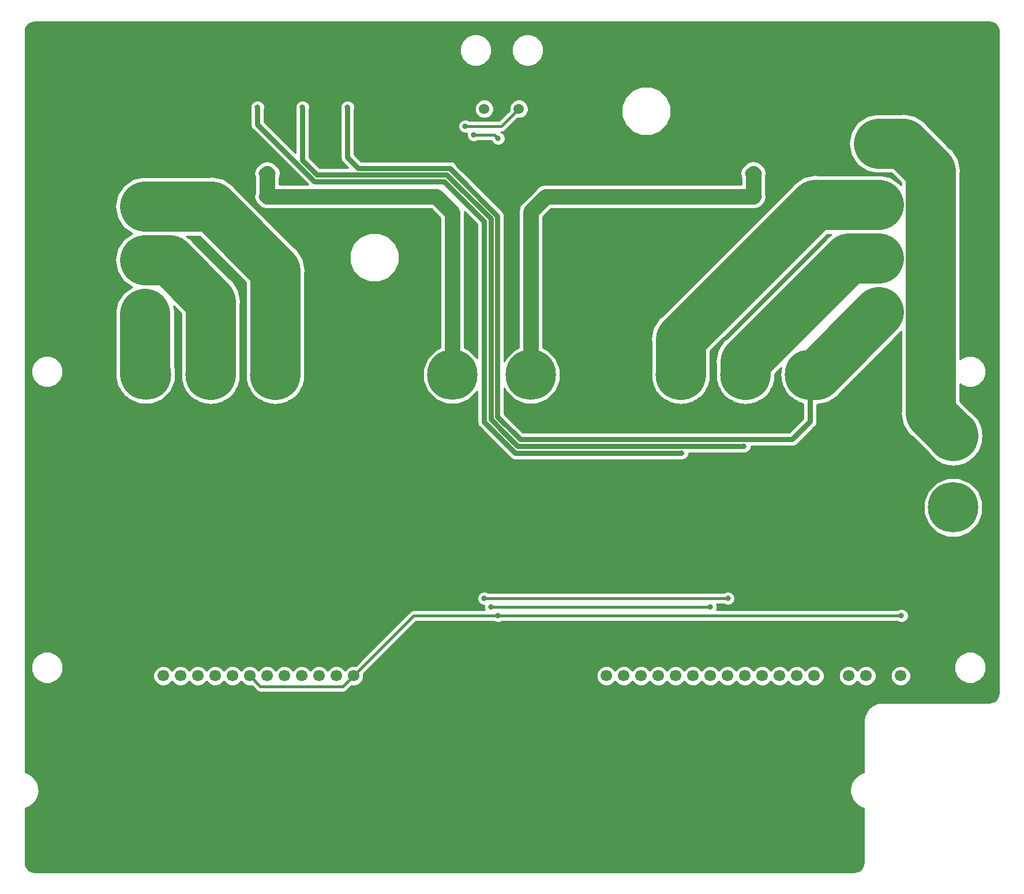
<source format=gbr>
G04 #@! TF.GenerationSoftware,KiCad,Pcbnew,(5.0.0)*
G04 #@! TF.CreationDate,2019-04-05T17:45:58-05:00*
G04 #@! TF.ProjectId,ODriveInterfacingBoard,4F4472697665496E746572666163696E,rev?*
G04 #@! TF.SameCoordinates,Original*
G04 #@! TF.FileFunction,Copper,L2,Bot,Signal*
G04 #@! TF.FilePolarity,Positive*
%FSLAX46Y46*%
G04 Gerber Fmt 4.6, Leading zero omitted, Abs format (unit mm)*
G04 Created by KiCad (PCBNEW (5.0.0)) date 04/05/19 17:45:58*
%MOMM*%
%LPD*%
G01*
G04 APERTURE LIST*
G04 #@! TA.AperFunction,ComponentPad*
%ADD10C,1.700000*%
G04 #@! TD*
G04 #@! TA.AperFunction,ComponentPad*
%ADD11C,7.400000*%
G04 #@! TD*
G04 #@! TA.AperFunction,ComponentPad*
%ADD12O,2.540000X1.524000*%
G04 #@! TD*
G04 #@! TA.AperFunction,ComponentPad*
%ADD13C,5.080000*%
G04 #@! TD*
G04 #@! TA.AperFunction,ComponentPad*
%ADD14C,1.524000*%
G04 #@! TD*
G04 #@! TA.AperFunction,ViaPad*
%ADD15C,0.800000*%
G04 #@! TD*
G04 #@! TA.AperFunction,Conductor*
%ADD16C,2.286000*%
G04 #@! TD*
G04 #@! TA.AperFunction,Conductor*
%ADD17C,0.381000*%
G04 #@! TD*
G04 #@! TA.AperFunction,Conductor*
%ADD18C,7.400000*%
G04 #@! TD*
G04 #@! TA.AperFunction,Conductor*
%ADD19C,0.762000*%
G04 #@! TD*
G04 #@! TA.AperFunction,Conductor*
%ADD20C,0.254000*%
G04 #@! TD*
G04 APERTURE END LIST*
D10*
G04 #@! TO.P,U1,E1_3V3*
G04 #@! TO.N,+3V3*
X83948749Y-144741151D03*
G04 #@! TO.P,U1,E1_5V*
G04 #@! TO.N,/E1_5V*
X81408749Y-144741151D03*
G04 #@! TO.P,U1,E1_A*
G04 #@! TO.N,/E1_A*
X78868749Y-144741151D03*
G04 #@! TO.P,U1,E1_B*
G04 #@! TO.N,/E1_B*
X76328749Y-144741151D03*
G04 #@! TO.P,U1,E1_Z*
G04 #@! TO.N,/E1_Z*
X73788749Y-144741151D03*
G04 #@! TO.P,U1,E1_GND*
G04 #@! TO.N,/E1_GND*
X71248749Y-144741151D03*
G04 #@! TO.P,U1,E0_3V3*
G04 #@! TO.N,+3V3*
X68708749Y-144741151D03*
G04 #@! TO.P,U1,E0_5V*
G04 #@! TO.N,/E0_5V*
X66168749Y-144741151D03*
G04 #@! TO.P,U1,E0_A*
G04 #@! TO.N,/E0_A*
X63628749Y-144741151D03*
G04 #@! TO.P,U1,E0_B*
G04 #@! TO.N,/E0_B*
X61088749Y-144741151D03*
G04 #@! TO.P,U1,E0_Z*
G04 #@! TO.N,/E0_Z*
X58548749Y-144741151D03*
G04 #@! TO.P,U1,E0_GND*
G04 #@! TO.N,/E0_GND*
X56008749Y-144741151D03*
G04 #@! TO.P,U1,GND3*
G04 #@! TO.N,GND*
X115988717Y-144741151D03*
G04 #@! TO.P,U1,GND2*
X118528717Y-144741151D03*
G04 #@! TO.P,U1,GPIO8*
G04 #@! TO.N,GPIO_8*
X121068717Y-144741151D03*
G04 #@! TO.P,U1,GPIO7*
G04 #@! TO.N,GPIO_7*
X123608717Y-144741151D03*
G04 #@! TO.P,U1,GPIO6*
G04 #@! TO.N,GPIO_6*
X126148717Y-144741151D03*
G04 #@! TO.P,U1,GPIO5*
G04 #@! TO.N,GPIO_5*
X128688717Y-144741151D03*
G04 #@! TO.P,U1,GPIO4*
G04 #@! TO.N,GPIO_4*
X131228717Y-144741151D03*
G04 #@! TO.P,U1,GPIO3*
G04 #@! TO.N,GPIO_3*
X133768717Y-144741151D03*
G04 #@! TO.P,U1,GPIO2*
G04 #@! TO.N,Rx*
X136308717Y-144741151D03*
G04 #@! TO.P,U1,GPIO1*
G04 #@! TO.N,Tx*
X138848717Y-144741151D03*
G04 #@! TO.P,U1,MOSI*
G04 #@! TO.N,MOSI*
X141388717Y-144741151D03*
G04 #@! TO.P,U1,MISO*
G04 #@! TO.N,MISO*
X143928717Y-144741151D03*
G04 #@! TO.P,U1,SCK*
G04 #@! TO.N,SCK*
X146468717Y-144741151D03*
G04 #@! TO.P,U1,AGND*
G04 #@! TO.N,Net-(Conn1-Pad1)*
X149008717Y-144741151D03*
G04 #@! TO.P,U1,AVCC*
G04 #@! TO.N,Net-(Conn1-Pad2)*
X151548717Y-144741151D03*
G04 #@! TO.P,U1,GND1*
G04 #@! TO.N,GND*
X154088717Y-144741151D03*
G04 #@! TO.P,U1,CAN_L*
G04 #@! TO.N,CAN_L*
X156628717Y-144741151D03*
G04 #@! TO.P,U1,CAN_H*
G04 #@! TO.N,CAN_H*
X159168717Y-144741151D03*
G04 #@! TO.P,U1,GND0*
G04 #@! TO.N,GND*
X161708717Y-144741151D03*
G04 #@! TO.P,U1,3V3*
G04 #@! TO.N,+3V3*
X164248717Y-144741151D03*
D11*
G04 #@! TO.P,U1,M0_A*
G04 #@! TO.N,M0_A*
X53448717Y-100511151D03*
G04 #@! TO.P,U1,M0_B*
G04 #@! TO.N,M0_B*
X62948717Y-100511151D03*
G04 #@! TO.P,U1,M0_C*
G04 #@! TO.N,M0_C*
X72448717Y-100511151D03*
G04 #@! TO.P,U1,AUX_V+*
G04 #@! TO.N,Net-(50W2RJ1-Pad1)*
X98448717Y-100511151D03*
G04 #@! TO.P,U1,AUX_V-*
G04 #@! TO.N,Net-(50W2RJ1-Pad2)*
X109948717Y-100511151D03*
G04 #@! TO.P,U1,M1_A*
G04 #@! TO.N,M1_A*
X131948717Y-100511151D03*
G04 #@! TO.P,U1,M1_B*
G04 #@! TO.N,M1_B*
X141448717Y-100511151D03*
G04 #@! TO.P,U1,M1_C*
G04 #@! TO.N,M1_C*
X150948717Y-100511151D03*
G04 #@! TO.P,U1,PV+*
G04 #@! TO.N,/PV+*
X171948717Y-109511151D03*
G04 #@! TO.P,U1,GND*
G04 #@! TO.N,N/C*
X171948717Y-120011151D03*
G04 #@! TD*
D12*
G04 #@! TO.P,50W2RJ1,V+*
G04 #@! TO.N,Net-(50W2RJ1-Pad2)*
X142602900Y-74345800D03*
X142602900Y-70942200D03*
G04 #@! TO.P,50W2RJ1,V-*
G04 #@! TO.N,Net-(50W2RJ1-Pad1)*
X71265100Y-74345800D03*
X71265100Y-70942200D03*
G04 #@! TD*
D13*
G04 #@! TO.P,Conn3,1*
G04 #@! TO.N,/PV+*
X161036000Y-66548000D03*
G04 #@! TO.P,Conn3,4*
G04 #@! TO.N,GND*
X153162000Y-66548000D03*
G04 #@! TD*
G04 #@! TO.P,Conn7,3*
G04 #@! TO.N,M0_A*
X53340000Y-91567000D03*
G04 #@! TO.P,Conn7,2*
G04 #@! TO.N,M0_B*
X53340000Y-83693000D03*
G04 #@! TO.P,Conn7,1*
G04 #@! TO.N,M0_C*
X53340000Y-75819000D03*
G04 #@! TD*
G04 #@! TO.P,Conn8,1*
G04 #@! TO.N,M1_C*
X161036000Y-91313000D03*
G04 #@! TO.P,Conn8,2*
G04 #@! TO.N,M1_B*
X161036000Y-83439000D03*
G04 #@! TO.P,Conn8,3*
G04 #@! TO.N,M1_A*
X161036000Y-75565000D03*
G04 #@! TD*
D14*
G04 #@! TO.P,Conn9,1*
G04 #@! TO.N,Tx*
X103124000Y-61468000D03*
G04 #@! TO.P,Conn9,2*
G04 #@! TO.N,GND*
X105664000Y-61468000D03*
G04 #@! TO.P,Conn9,3*
G04 #@! TO.N,Rx*
X108204000Y-61468000D03*
G04 #@! TD*
D15*
G04 #@! TO.N,+3V3*
X164338000Y-135890000D03*
X105156000Y-135890000D03*
X101600000Y-65278000D03*
X105156000Y-65786000D03*
G04 #@! TO.N,GND*
X175260000Y-66040000D03*
X175260000Y-76200000D03*
X175260000Y-83820000D03*
X175260000Y-91440000D03*
X177800000Y-101600000D03*
X177800000Y-109220000D03*
X177800000Y-124460000D03*
X177800000Y-132080000D03*
X177800000Y-139700000D03*
X177800000Y-147320000D03*
X170180000Y-147320000D03*
X155067000Y-140462000D03*
X154940000Y-149860000D03*
X154940000Y-170180000D03*
X144780000Y-170180000D03*
X134620000Y-170180000D03*
X124460000Y-170180000D03*
X114300000Y-170180000D03*
X104140000Y-170180000D03*
X93980000Y-170180000D03*
X83820000Y-170180000D03*
X73660000Y-170180000D03*
X63500000Y-170180000D03*
X53340000Y-170180000D03*
X43180000Y-170180000D03*
X43180000Y-160020000D03*
X43180000Y-149860000D03*
X53340000Y-149860000D03*
X63500000Y-149860000D03*
X73660000Y-149860000D03*
X83820000Y-149860000D03*
X93980000Y-149860000D03*
X104140000Y-149860000D03*
X114300000Y-149860000D03*
X124460000Y-149860000D03*
X134620000Y-149860000D03*
X144780000Y-149860000D03*
X154940000Y-160020000D03*
X144780000Y-160020000D03*
X124460000Y-160020000D03*
X73660000Y-160020000D03*
X79756000Y-61214000D03*
X73152000Y-61214000D03*
X68580000Y-50800000D03*
X55880000Y-50800000D03*
X38100000Y-50800000D03*
X38100000Y-66040000D03*
X48260000Y-66040000D03*
X38100000Y-76200000D03*
X38100000Y-83820000D03*
X38100000Y-91440000D03*
X48260000Y-83820000D03*
X121920000Y-71120000D03*
X116840000Y-66040000D03*
X111760000Y-71120000D03*
X99060000Y-68580000D03*
X88900000Y-68580000D03*
X93980000Y-78740000D03*
X100838000Y-86360000D03*
X177800000Y-116840000D03*
X162560000Y-99060000D03*
X154940000Y-106680000D03*
X147320000Y-106680000D03*
X139700000Y-106680000D03*
X116840000Y-106680000D03*
X124460000Y-106680000D03*
X78740000Y-93980000D03*
X86360000Y-101600000D03*
X93980000Y-93980000D03*
X76200000Y-109220000D03*
X45720000Y-109220000D03*
X68580000Y-116840000D03*
X60960000Y-109220000D03*
X92710000Y-109220000D03*
X53340000Y-116840000D03*
X38100000Y-116840000D03*
X76200000Y-139700000D03*
X60960000Y-139700000D03*
X68580000Y-132080000D03*
X45720000Y-139700000D03*
X38100000Y-132080000D03*
X76200000Y-124460000D03*
X60960000Y-124460000D03*
X53340000Y-132080000D03*
X45720000Y-124460000D03*
X124460000Y-139700000D03*
X93980000Y-139700000D03*
X114300000Y-139700000D03*
X104140000Y-139700000D03*
X85090000Y-116840000D03*
X85090000Y-132080000D03*
X92710000Y-124460000D03*
X109220000Y-116840000D03*
X109220000Y-132080000D03*
X124460000Y-116840000D03*
X116840000Y-124460000D03*
X124460000Y-132080000D03*
X139700000Y-132080000D03*
X154940000Y-132080000D03*
X154940000Y-116840000D03*
X139700000Y-116840000D03*
X162560000Y-124460000D03*
X147320000Y-124460000D03*
X132080000Y-124460000D03*
X170180000Y-139700000D03*
X170180000Y-132080000D03*
X137160000Y-66040000D03*
X152400000Y-60960000D03*
X142240000Y-60960000D03*
X162560000Y-50800000D03*
X162560000Y-60960000D03*
X167640000Y-55880000D03*
X157480000Y-55880000D03*
X172720000Y-50800000D03*
X172720000Y-60960000D03*
X127000000Y-55880000D03*
X121920000Y-50800000D03*
X147320000Y-55880000D03*
X152400000Y-50800000D03*
X132080000Y-50800000D03*
X121920000Y-60960000D03*
X116840000Y-55880000D03*
X111760000Y-50800000D03*
X111760000Y-60960000D03*
X99060000Y-50800000D03*
X88900000Y-50800000D03*
X99060000Y-60960000D03*
X88900000Y-60960000D03*
X93980000Y-55880000D03*
X132080000Y-60960000D03*
X142240000Y-50800000D03*
X137160000Y-55880000D03*
X124460000Y-78740000D03*
X116840000Y-86360000D03*
X124460000Y-93980000D03*
X78740000Y-78740000D03*
X63500000Y-68580000D03*
X137160000Y-78740000D03*
G04 #@! TO.N,M1_B*
X76454000Y-61214000D03*
X141224000Y-110998000D03*
G04 #@! TO.N,M1_A*
X69850000Y-61214000D03*
X132080000Y-112014000D03*
G04 #@! TO.N,M1_C*
X83058000Y-61214000D03*
G04 #@! TO.N,Tx*
X138874500Y-133350000D03*
X103124000Y-133350000D03*
G04 #@! TO.N,Rx*
X136271000Y-134620000D03*
X104140000Y-134620000D03*
X100330000Y-64008000D03*
G04 #@! TD*
D16*
G04 #@! TO.N,Net-(50W2RJ1-Pad1)*
X96086517Y-74345800D02*
X71265100Y-74345800D01*
X98448717Y-100511151D02*
X98448717Y-76708000D01*
X98448717Y-76708000D02*
X96086517Y-74345800D01*
X71265100Y-70942200D02*
X71265100Y-74345800D01*
G04 #@! TO.N,Net-(50W2RJ1-Pad2)*
X112183917Y-74345800D02*
X142602900Y-74345800D01*
X109948717Y-100511151D02*
X109948717Y-76581000D01*
X109948717Y-76581000D02*
X112183917Y-74345800D01*
X142602900Y-70942200D02*
X142602900Y-74345800D01*
D17*
G04 #@! TO.N,+3V3*
X107188000Y-135890000D02*
X105156000Y-135890000D01*
X107188000Y-135890000D02*
X164338000Y-135890000D01*
X68708749Y-144741151D02*
X70271598Y-146304000D01*
X82385900Y-146304000D02*
X83948749Y-144741151D01*
X70271598Y-146304000D02*
X82385900Y-146304000D01*
X92799900Y-135890000D02*
X90513900Y-138176000D01*
X105156000Y-135890000D02*
X92799900Y-135890000D01*
X83948749Y-144741151D02*
X90513900Y-138176000D01*
X90513900Y-138176000D02*
X90767900Y-137922000D01*
X101600000Y-65278000D02*
X104648000Y-65278000D01*
X104648000Y-65278000D02*
X105156000Y-65786000D01*
D18*
G04 #@! TO.N,M0_A*
X53340000Y-91567000D02*
X53340000Y-100402434D01*
G04 #@! TO.N,M0_B*
X62948717Y-100511151D02*
X62948717Y-89709615D01*
X62948717Y-89709615D02*
X56932102Y-83693000D01*
X56932102Y-83693000D02*
X53340000Y-83693000D01*
G04 #@! TO.N,M0_C*
X72448717Y-95278561D02*
X72448717Y-100511151D01*
X72448717Y-85148717D02*
X72448717Y-95278561D01*
X53340000Y-75819000D02*
X63119000Y-75819000D01*
X63119000Y-75819000D02*
X72448717Y-85148717D01*
G04 #@! TO.N,M1_B*
X156591000Y-83439000D02*
X161036000Y-83439000D01*
X141448717Y-98581283D02*
X156591000Y-83439000D01*
X141448717Y-100511151D02*
X141448717Y-98581283D01*
D19*
X76454000Y-61214000D02*
X76454000Y-68997514D01*
X76454000Y-68997514D02*
X78576486Y-71120000D01*
X97626486Y-71120000D02*
X97680478Y-71173992D01*
X78576486Y-71120000D02*
X97626486Y-71120000D01*
X97680478Y-71173992D02*
X104086010Y-77579523D01*
X104086010Y-77579523D02*
X104086010Y-107043524D01*
X104086010Y-107043524D02*
X106090243Y-109047757D01*
X106090243Y-109047757D02*
X108040486Y-110998000D01*
X108040486Y-110998000D02*
X132515882Y-110998000D01*
X132515882Y-110998000D02*
X141224000Y-110998000D01*
D18*
G04 #@! TO.N,M1_A*
X157443898Y-75565000D02*
X161036000Y-75565000D01*
X131948717Y-100511151D02*
X131948717Y-95278561D01*
X151662278Y-75565000D02*
X157443898Y-75565000D01*
X131948717Y-95278561D02*
X151662278Y-75565000D01*
D19*
X69850000Y-61214000D02*
X69850000Y-63754000D01*
X69850000Y-63754000D02*
X78232000Y-72136000D01*
X78232000Y-72136000D02*
X96314835Y-72136000D01*
X96314835Y-72136000D02*
X97282000Y-72136000D01*
X97282000Y-72136000D02*
X100584000Y-75438000D01*
X100584000Y-75438000D02*
X103124000Y-77978000D01*
X103124000Y-77978000D02*
X103124000Y-105664000D01*
X103124000Y-105664000D02*
X103124000Y-107442000D01*
X103124000Y-107442000D02*
X107696000Y-112014000D01*
X107696000Y-112014000D02*
X132080000Y-112014000D01*
D18*
G04 #@! TO.N,M1_C*
X151837849Y-100511151D02*
X161036000Y-91313000D01*
X150948717Y-100511151D02*
X151837849Y-100511151D01*
D19*
X83058000Y-61214000D02*
X83058000Y-68580000D01*
X83058000Y-68580000D02*
X84635990Y-70157990D01*
X92710000Y-70157990D02*
X93418010Y-70157990D01*
X84635990Y-70157990D02*
X92710000Y-70157990D01*
X98097990Y-70231017D02*
X98097990Y-70157990D01*
X150948717Y-100511151D02*
X150948717Y-107369283D01*
X150948717Y-107369283D02*
X148336000Y-109982000D01*
X148336000Y-109982000D02*
X108384972Y-109982000D01*
X108384972Y-109982000D02*
X105048020Y-106645048D01*
X105048020Y-106645048D02*
X105048020Y-77181046D01*
X98097990Y-70157990D02*
X92710000Y-70157990D01*
X105048020Y-77181046D02*
X98097990Y-70231017D01*
D17*
G04 #@! TO.N,Tx*
X138938000Y-133350000D02*
X105664000Y-133350000D01*
X105664000Y-133350000D02*
X103124000Y-133350000D01*
G04 #@! TO.N,Rx*
X106680000Y-134620000D02*
X104140000Y-134620000D01*
X106680000Y-134620000D02*
X106299000Y-134620000D01*
X136271000Y-134620000D02*
X106680000Y-134620000D01*
X105664000Y-64008000D02*
X108204000Y-61468000D01*
X100330000Y-64008000D02*
X105664000Y-64008000D01*
D18*
G04 #@! TO.N,/PV+*
X168636010Y-70555908D02*
X164628102Y-66548000D01*
X164628102Y-66548000D02*
X161036000Y-66548000D01*
X171948717Y-109511151D02*
X168636010Y-106198444D01*
X168636010Y-106198444D02*
X168636010Y-70555908D01*
G04 #@! TD*
D20*
G04 #@! TO.N,GND*
G36*
X177661009Y-48776090D02*
X178000352Y-48930381D01*
X178282752Y-49173712D01*
X178485506Y-49486523D01*
X178599348Y-49867184D01*
X178614001Y-50064363D01*
X178614000Y-52000074D01*
X178614000Y-52000075D01*
X178614001Y-147269412D01*
X178553910Y-147689009D01*
X178399619Y-148028352D01*
X178156288Y-148310752D01*
X177843479Y-148513506D01*
X177462815Y-148627348D01*
X177265649Y-148642000D01*
X161474074Y-148642000D01*
X161448085Y-148647170D01*
X161191033Y-148666272D01*
X161120288Y-148681826D01*
X161048544Y-148691654D01*
X161040219Y-148694088D01*
X160488241Y-148859164D01*
X160400769Y-148899582D01*
X160312806Y-148938929D01*
X160305502Y-148943601D01*
X160305498Y-148943603D01*
X160305499Y-148943603D01*
X159822040Y-149256966D01*
X159749447Y-149320293D01*
X159676045Y-149382763D01*
X159670343Y-149389300D01*
X159294266Y-149825759D01*
X159242347Y-149906942D01*
X159189446Y-149987475D01*
X159185808Y-149995350D01*
X158947347Y-150519817D01*
X158920300Y-150612309D01*
X158892129Y-150704452D01*
X158890847Y-150713031D01*
X158811893Y-151264340D01*
X158802000Y-151314075D01*
X158802001Y-158901281D01*
X158716491Y-158927423D01*
X158624033Y-158954460D01*
X158616159Y-158958098D01*
X158094644Y-159202948D01*
X158014075Y-159255872D01*
X157932927Y-159307768D01*
X157926390Y-159313470D01*
X157494558Y-159694851D01*
X157432096Y-159768244D01*
X157368760Y-159840847D01*
X157364087Y-159848154D01*
X157056654Y-160335407D01*
X157017298Y-160423387D01*
X156976889Y-160510840D01*
X156974457Y-160519160D01*
X156974454Y-160519166D01*
X156974453Y-160519173D01*
X156816134Y-161073118D01*
X156803056Y-161168586D01*
X156788813Y-161263890D01*
X156788813Y-161272564D01*
X156792333Y-161848687D01*
X156806588Y-161944068D01*
X156819654Y-162039455D01*
X156822088Y-162047781D01*
X156987164Y-162599758D01*
X157027591Y-162687250D01*
X157066930Y-162775194D01*
X157071603Y-162782501D01*
X157384966Y-163265961D01*
X157448328Y-163338594D01*
X157510763Y-163411955D01*
X157517296Y-163417654D01*
X157517300Y-163417658D01*
X157517305Y-163417661D01*
X157953759Y-163793734D01*
X158034942Y-163845653D01*
X158115475Y-163898554D01*
X158123346Y-163902190D01*
X158123349Y-163902192D01*
X158123352Y-163902193D01*
X158647817Y-164140653D01*
X158740309Y-164167700D01*
X158802000Y-164186561D01*
X158802001Y-172161412D01*
X158741910Y-172581009D01*
X158587619Y-172920352D01*
X158344288Y-173202752D01*
X158031479Y-173405506D01*
X157650815Y-173519348D01*
X157453649Y-173534000D01*
X37134581Y-173534000D01*
X36714991Y-173473910D01*
X36375648Y-173319619D01*
X36093248Y-173076288D01*
X35890494Y-172763479D01*
X35776652Y-172382815D01*
X35762000Y-172185649D01*
X35762000Y-164186719D01*
X35847509Y-164160577D01*
X35939967Y-164133540D01*
X35947841Y-164129902D01*
X36469356Y-163885052D01*
X36549925Y-163832128D01*
X36631073Y-163780232D01*
X36637610Y-163774530D01*
X37069442Y-163393149D01*
X37131887Y-163319776D01*
X37195240Y-163247153D01*
X37199913Y-163239846D01*
X37507346Y-162752593D01*
X37546687Y-162664645D01*
X37587111Y-162577160D01*
X37589545Y-162568835D01*
X37747866Y-162014882D01*
X37760943Y-161919421D01*
X37775187Y-161824111D01*
X37775187Y-161815436D01*
X37771667Y-161239313D01*
X37757414Y-161143943D01*
X37744346Y-161048544D01*
X37741912Y-161040219D01*
X37576836Y-160488241D01*
X37536418Y-160400769D01*
X37497071Y-160312806D01*
X37492397Y-160305499D01*
X37179034Y-159822040D01*
X37115707Y-159749447D01*
X37053237Y-159676045D01*
X37046700Y-159670343D01*
X36610241Y-159294266D01*
X36529058Y-159242347D01*
X36448525Y-159189446D01*
X36440654Y-159185810D01*
X36440651Y-159185808D01*
X36440648Y-159185807D01*
X35916183Y-158947347D01*
X35823691Y-158920300D01*
X35762000Y-158901439D01*
X35762000Y-143046691D01*
X36613717Y-143046691D01*
X36613717Y-143975611D01*
X36969200Y-144833822D01*
X37626046Y-145490668D01*
X38484257Y-145846151D01*
X39413177Y-145846151D01*
X40271388Y-145490668D01*
X40928234Y-144833822D01*
X41088972Y-144445766D01*
X54523749Y-144445766D01*
X54523749Y-145036536D01*
X54749827Y-145582336D01*
X55167564Y-146000073D01*
X55713364Y-146226151D01*
X56304134Y-146226151D01*
X56849934Y-146000073D01*
X57267671Y-145582336D01*
X57278749Y-145555591D01*
X57289827Y-145582336D01*
X57707564Y-146000073D01*
X58253364Y-146226151D01*
X58844134Y-146226151D01*
X59389934Y-146000073D01*
X59807671Y-145582336D01*
X59818749Y-145555591D01*
X59829827Y-145582336D01*
X60247564Y-146000073D01*
X60793364Y-146226151D01*
X61384134Y-146226151D01*
X61929934Y-146000073D01*
X62347671Y-145582336D01*
X62358749Y-145555591D01*
X62369827Y-145582336D01*
X62787564Y-146000073D01*
X63333364Y-146226151D01*
X63924134Y-146226151D01*
X64469934Y-146000073D01*
X64887671Y-145582336D01*
X64898749Y-145555591D01*
X64909827Y-145582336D01*
X65327564Y-146000073D01*
X65873364Y-146226151D01*
X66464134Y-146226151D01*
X67009934Y-146000073D01*
X67427671Y-145582336D01*
X67438749Y-145555591D01*
X67449827Y-145582336D01*
X67867564Y-146000073D01*
X68413364Y-146226151D01*
X69004134Y-146226151D01*
X69019819Y-146219654D01*
X69630391Y-146830226D01*
X69676446Y-146899152D01*
X69949504Y-147081604D01*
X70190295Y-147129500D01*
X70190299Y-147129500D01*
X70271597Y-147145671D01*
X70352895Y-147129500D01*
X82304599Y-147129500D01*
X82385900Y-147145672D01*
X82467201Y-147129500D01*
X82467203Y-147129500D01*
X82707994Y-147081604D01*
X82981052Y-146899152D01*
X83027109Y-146830223D01*
X83637679Y-146219654D01*
X83653364Y-146226151D01*
X84244134Y-146226151D01*
X84789934Y-146000073D01*
X85207671Y-145582336D01*
X85433749Y-145036536D01*
X85433749Y-144445766D01*
X119583717Y-144445766D01*
X119583717Y-145036536D01*
X119809795Y-145582336D01*
X120227532Y-146000073D01*
X120773332Y-146226151D01*
X121364102Y-146226151D01*
X121909902Y-146000073D01*
X122327639Y-145582336D01*
X122338717Y-145555591D01*
X122349795Y-145582336D01*
X122767532Y-146000073D01*
X123313332Y-146226151D01*
X123904102Y-146226151D01*
X124449902Y-146000073D01*
X124867639Y-145582336D01*
X124878717Y-145555591D01*
X124889795Y-145582336D01*
X125307532Y-146000073D01*
X125853332Y-146226151D01*
X126444102Y-146226151D01*
X126989902Y-146000073D01*
X127407639Y-145582336D01*
X127418717Y-145555591D01*
X127429795Y-145582336D01*
X127847532Y-146000073D01*
X128393332Y-146226151D01*
X128984102Y-146226151D01*
X129529902Y-146000073D01*
X129947639Y-145582336D01*
X129958717Y-145555591D01*
X129969795Y-145582336D01*
X130387532Y-146000073D01*
X130933332Y-146226151D01*
X131524102Y-146226151D01*
X132069902Y-146000073D01*
X132487639Y-145582336D01*
X132498717Y-145555591D01*
X132509795Y-145582336D01*
X132927532Y-146000073D01*
X133473332Y-146226151D01*
X134064102Y-146226151D01*
X134609902Y-146000073D01*
X135027639Y-145582336D01*
X135038717Y-145555591D01*
X135049795Y-145582336D01*
X135467532Y-146000073D01*
X136013332Y-146226151D01*
X136604102Y-146226151D01*
X137149902Y-146000073D01*
X137567639Y-145582336D01*
X137578717Y-145555591D01*
X137589795Y-145582336D01*
X138007532Y-146000073D01*
X138553332Y-146226151D01*
X139144102Y-146226151D01*
X139689902Y-146000073D01*
X140107639Y-145582336D01*
X140118717Y-145555591D01*
X140129795Y-145582336D01*
X140547532Y-146000073D01*
X141093332Y-146226151D01*
X141684102Y-146226151D01*
X142229902Y-146000073D01*
X142647639Y-145582336D01*
X142658717Y-145555591D01*
X142669795Y-145582336D01*
X143087532Y-146000073D01*
X143633332Y-146226151D01*
X144224102Y-146226151D01*
X144769902Y-146000073D01*
X145187639Y-145582336D01*
X145198717Y-145555591D01*
X145209795Y-145582336D01*
X145627532Y-146000073D01*
X146173332Y-146226151D01*
X146764102Y-146226151D01*
X147309902Y-146000073D01*
X147727639Y-145582336D01*
X147738717Y-145555591D01*
X147749795Y-145582336D01*
X148167532Y-146000073D01*
X148713332Y-146226151D01*
X149304102Y-146226151D01*
X149849902Y-146000073D01*
X150267639Y-145582336D01*
X150278717Y-145555591D01*
X150289795Y-145582336D01*
X150707532Y-146000073D01*
X151253332Y-146226151D01*
X151844102Y-146226151D01*
X152389902Y-146000073D01*
X152807639Y-145582336D01*
X153033717Y-145036536D01*
X153033717Y-144445766D01*
X155143717Y-144445766D01*
X155143717Y-145036536D01*
X155369795Y-145582336D01*
X155787532Y-146000073D01*
X156333332Y-146226151D01*
X156924102Y-146226151D01*
X157469902Y-146000073D01*
X157887639Y-145582336D01*
X157898717Y-145555591D01*
X157909795Y-145582336D01*
X158327532Y-146000073D01*
X158873332Y-146226151D01*
X159464102Y-146226151D01*
X160009902Y-146000073D01*
X160427639Y-145582336D01*
X160653717Y-145036536D01*
X160653717Y-144445766D01*
X162763717Y-144445766D01*
X162763717Y-145036536D01*
X162989795Y-145582336D01*
X163407532Y-146000073D01*
X163953332Y-146226151D01*
X164544102Y-146226151D01*
X165089902Y-146000073D01*
X165507639Y-145582336D01*
X165733717Y-145036536D01*
X165733717Y-144445766D01*
X165507639Y-143899966D01*
X165089902Y-143482229D01*
X164544102Y-143256151D01*
X163953332Y-143256151D01*
X163407532Y-143482229D01*
X162989795Y-143899966D01*
X162763717Y-144445766D01*
X160653717Y-144445766D01*
X160427639Y-143899966D01*
X160009902Y-143482229D01*
X159464102Y-143256151D01*
X158873332Y-143256151D01*
X158327532Y-143482229D01*
X157909795Y-143899966D01*
X157898717Y-143926711D01*
X157887639Y-143899966D01*
X157469902Y-143482229D01*
X156924102Y-143256151D01*
X156333332Y-143256151D01*
X155787532Y-143482229D01*
X155369795Y-143899966D01*
X155143717Y-144445766D01*
X153033717Y-144445766D01*
X152807639Y-143899966D01*
X152389902Y-143482229D01*
X151844102Y-143256151D01*
X151253332Y-143256151D01*
X150707532Y-143482229D01*
X150289795Y-143899966D01*
X150278717Y-143926711D01*
X150267639Y-143899966D01*
X149849902Y-143482229D01*
X149304102Y-143256151D01*
X148713332Y-143256151D01*
X148167532Y-143482229D01*
X147749795Y-143899966D01*
X147738717Y-143926711D01*
X147727639Y-143899966D01*
X147309902Y-143482229D01*
X146764102Y-143256151D01*
X146173332Y-143256151D01*
X145627532Y-143482229D01*
X145209795Y-143899966D01*
X145198717Y-143926711D01*
X145187639Y-143899966D01*
X144769902Y-143482229D01*
X144224102Y-143256151D01*
X143633332Y-143256151D01*
X143087532Y-143482229D01*
X142669795Y-143899966D01*
X142658717Y-143926711D01*
X142647639Y-143899966D01*
X142229902Y-143482229D01*
X141684102Y-143256151D01*
X141093332Y-143256151D01*
X140547532Y-143482229D01*
X140129795Y-143899966D01*
X140118717Y-143926711D01*
X140107639Y-143899966D01*
X139689902Y-143482229D01*
X139144102Y-143256151D01*
X138553332Y-143256151D01*
X138007532Y-143482229D01*
X137589795Y-143899966D01*
X137578717Y-143926711D01*
X137567639Y-143899966D01*
X137149902Y-143482229D01*
X136604102Y-143256151D01*
X136013332Y-143256151D01*
X135467532Y-143482229D01*
X135049795Y-143899966D01*
X135038717Y-143926711D01*
X135027639Y-143899966D01*
X134609902Y-143482229D01*
X134064102Y-143256151D01*
X133473332Y-143256151D01*
X132927532Y-143482229D01*
X132509795Y-143899966D01*
X132498717Y-143926711D01*
X132487639Y-143899966D01*
X132069902Y-143482229D01*
X131524102Y-143256151D01*
X130933332Y-143256151D01*
X130387532Y-143482229D01*
X129969795Y-143899966D01*
X129958717Y-143926711D01*
X129947639Y-143899966D01*
X129529902Y-143482229D01*
X128984102Y-143256151D01*
X128393332Y-143256151D01*
X127847532Y-143482229D01*
X127429795Y-143899966D01*
X127418717Y-143926711D01*
X127407639Y-143899966D01*
X126989902Y-143482229D01*
X126444102Y-143256151D01*
X125853332Y-143256151D01*
X125307532Y-143482229D01*
X124889795Y-143899966D01*
X124878717Y-143926711D01*
X124867639Y-143899966D01*
X124449902Y-143482229D01*
X123904102Y-143256151D01*
X123313332Y-143256151D01*
X122767532Y-143482229D01*
X122349795Y-143899966D01*
X122338717Y-143926711D01*
X122327639Y-143899966D01*
X121909902Y-143482229D01*
X121364102Y-143256151D01*
X120773332Y-143256151D01*
X120227532Y-143482229D01*
X119809795Y-143899966D01*
X119583717Y-144445766D01*
X85433749Y-144445766D01*
X85427252Y-144430080D01*
X86810641Y-143046691D01*
X172113717Y-143046691D01*
X172113717Y-143975611D01*
X172469200Y-144833822D01*
X173126046Y-145490668D01*
X173984257Y-145846151D01*
X174913177Y-145846151D01*
X175771388Y-145490668D01*
X176428234Y-144833822D01*
X176783717Y-143975611D01*
X176783717Y-143046691D01*
X176428234Y-142188480D01*
X175771388Y-141531634D01*
X174913177Y-141176151D01*
X173984257Y-141176151D01*
X173126046Y-141531634D01*
X172469200Y-142188480D01*
X172113717Y-143046691D01*
X86810641Y-143046691D01*
X91155106Y-138702227D01*
X91155108Y-138702224D01*
X93141833Y-136715500D01*
X104517789Y-136715500D01*
X104569720Y-136767431D01*
X104950126Y-136925000D01*
X105361874Y-136925000D01*
X105742280Y-136767431D01*
X105794211Y-136715500D01*
X163699789Y-136715500D01*
X163751720Y-136767431D01*
X164132126Y-136925000D01*
X164543874Y-136925000D01*
X164924280Y-136767431D01*
X165215431Y-136476280D01*
X165373000Y-136095874D01*
X165373000Y-135684126D01*
X165215431Y-135303720D01*
X164924280Y-135012569D01*
X164543874Y-134855000D01*
X164132126Y-134855000D01*
X163751720Y-135012569D01*
X163699789Y-135064500D01*
X137207158Y-135064500D01*
X137306000Y-134825874D01*
X137306000Y-134414126D01*
X137207158Y-134175500D01*
X138236289Y-134175500D01*
X138288220Y-134227431D01*
X138668626Y-134385000D01*
X139080374Y-134385000D01*
X139460780Y-134227431D01*
X139751931Y-133936280D01*
X139909500Y-133555874D01*
X139909500Y-133144126D01*
X139751931Y-132763720D01*
X139460780Y-132472569D01*
X139080374Y-132315000D01*
X138668626Y-132315000D01*
X138288220Y-132472569D01*
X138236289Y-132524500D01*
X103762211Y-132524500D01*
X103710280Y-132472569D01*
X103329874Y-132315000D01*
X102918126Y-132315000D01*
X102537720Y-132472569D01*
X102246569Y-132763720D01*
X102089000Y-133144126D01*
X102089000Y-133555874D01*
X102246569Y-133936280D01*
X102537720Y-134227431D01*
X102918126Y-134385000D01*
X103117064Y-134385000D01*
X103105000Y-134414126D01*
X103105000Y-134825874D01*
X103203842Y-135064500D01*
X92881197Y-135064500D01*
X92799899Y-135048329D01*
X92718601Y-135064500D01*
X92718597Y-135064500D01*
X92477806Y-135112396D01*
X92204748Y-135294848D01*
X92158693Y-135363774D01*
X90241674Y-137280794D01*
X89987676Y-137534792D01*
X89987673Y-137534794D01*
X84259820Y-143262648D01*
X84244134Y-143256151D01*
X83653364Y-143256151D01*
X83107564Y-143482229D01*
X82689827Y-143899966D01*
X82678749Y-143926711D01*
X82667671Y-143899966D01*
X82249934Y-143482229D01*
X81704134Y-143256151D01*
X81113364Y-143256151D01*
X80567564Y-143482229D01*
X80149827Y-143899966D01*
X80138749Y-143926711D01*
X80127671Y-143899966D01*
X79709934Y-143482229D01*
X79164134Y-143256151D01*
X78573364Y-143256151D01*
X78027564Y-143482229D01*
X77609827Y-143899966D01*
X77598749Y-143926711D01*
X77587671Y-143899966D01*
X77169934Y-143482229D01*
X76624134Y-143256151D01*
X76033364Y-143256151D01*
X75487564Y-143482229D01*
X75069827Y-143899966D01*
X75058749Y-143926711D01*
X75047671Y-143899966D01*
X74629934Y-143482229D01*
X74084134Y-143256151D01*
X73493364Y-143256151D01*
X72947564Y-143482229D01*
X72529827Y-143899966D01*
X72518749Y-143926711D01*
X72507671Y-143899966D01*
X72089934Y-143482229D01*
X71544134Y-143256151D01*
X70953364Y-143256151D01*
X70407564Y-143482229D01*
X69989827Y-143899966D01*
X69978749Y-143926711D01*
X69967671Y-143899966D01*
X69549934Y-143482229D01*
X69004134Y-143256151D01*
X68413364Y-143256151D01*
X67867564Y-143482229D01*
X67449827Y-143899966D01*
X67438749Y-143926711D01*
X67427671Y-143899966D01*
X67009934Y-143482229D01*
X66464134Y-143256151D01*
X65873364Y-143256151D01*
X65327564Y-143482229D01*
X64909827Y-143899966D01*
X64898749Y-143926711D01*
X64887671Y-143899966D01*
X64469934Y-143482229D01*
X63924134Y-143256151D01*
X63333364Y-143256151D01*
X62787564Y-143482229D01*
X62369827Y-143899966D01*
X62358749Y-143926711D01*
X62347671Y-143899966D01*
X61929934Y-143482229D01*
X61384134Y-143256151D01*
X60793364Y-143256151D01*
X60247564Y-143482229D01*
X59829827Y-143899966D01*
X59818749Y-143926711D01*
X59807671Y-143899966D01*
X59389934Y-143482229D01*
X58844134Y-143256151D01*
X58253364Y-143256151D01*
X57707564Y-143482229D01*
X57289827Y-143899966D01*
X57278749Y-143926711D01*
X57267671Y-143899966D01*
X56849934Y-143482229D01*
X56304134Y-143256151D01*
X55713364Y-143256151D01*
X55167564Y-143482229D01*
X54749827Y-143899966D01*
X54523749Y-144445766D01*
X41088972Y-144445766D01*
X41283717Y-143975611D01*
X41283717Y-143046691D01*
X40928234Y-142188480D01*
X40271388Y-141531634D01*
X39413177Y-141176151D01*
X38484257Y-141176151D01*
X37626046Y-141531634D01*
X36969200Y-142188480D01*
X36613717Y-143046691D01*
X35762000Y-143046691D01*
X35762000Y-119148866D01*
X167613717Y-119148866D01*
X167613717Y-120873436D01*
X168273681Y-122466731D01*
X169493137Y-123686187D01*
X171086432Y-124346151D01*
X172811002Y-124346151D01*
X174404297Y-123686187D01*
X175623753Y-122466731D01*
X176283717Y-120873436D01*
X176283717Y-119148866D01*
X175623753Y-117555571D01*
X174404297Y-116336115D01*
X172811002Y-115676151D01*
X171086432Y-115676151D01*
X169493137Y-116336115D01*
X168273681Y-117555571D01*
X167613717Y-119148866D01*
X35762000Y-119148866D01*
X35762000Y-99546691D01*
X36613717Y-99546691D01*
X36613717Y-100475611D01*
X36969200Y-101333822D01*
X37626046Y-101990668D01*
X38484257Y-102346151D01*
X39413177Y-102346151D01*
X40271388Y-101990668D01*
X40928234Y-101333822D01*
X41283717Y-100475611D01*
X41283717Y-99546691D01*
X40928234Y-98688480D01*
X40271388Y-98031634D01*
X39413177Y-97676151D01*
X38484257Y-97676151D01*
X37626046Y-98031634D01*
X36969200Y-98688480D01*
X36613717Y-99546691D01*
X35762000Y-99546691D01*
X35762000Y-75819000D01*
X48920073Y-75819000D01*
X49256520Y-77510433D01*
X50214640Y-78944360D01*
X51429344Y-79756000D01*
X50214640Y-80567640D01*
X49256520Y-82001567D01*
X48920073Y-83693000D01*
X49256520Y-85384433D01*
X50214640Y-86818360D01*
X51429344Y-87630000D01*
X50214640Y-88441640D01*
X49256520Y-89875568D01*
X49005000Y-91140044D01*
X49005001Y-100829391D01*
X49256521Y-102093867D01*
X49665923Y-102706580D01*
X49773681Y-102966731D01*
X49972793Y-103165843D01*
X50214641Y-103527794D01*
X50576592Y-103769642D01*
X50993137Y-104186187D01*
X51537377Y-104411618D01*
X51648568Y-104485914D01*
X51779728Y-104512003D01*
X52586432Y-104846151D01*
X54311002Y-104846151D01*
X55904297Y-104186187D01*
X57123753Y-102966731D01*
X57783717Y-101373436D01*
X57783717Y-99648866D01*
X57675000Y-99386400D01*
X57675000Y-91140043D01*
X57532591Y-90424105D01*
X58613718Y-91505232D01*
X58613717Y-99648866D01*
X58613717Y-101373436D01*
X58780310Y-101775628D01*
X58865237Y-102202583D01*
X59107087Y-102564537D01*
X59273681Y-102966731D01*
X59581507Y-103274557D01*
X59823357Y-103636511D01*
X60185311Y-103878361D01*
X60493137Y-104186187D01*
X60895329Y-104352780D01*
X61257284Y-104594631D01*
X61684241Y-104679558D01*
X62086432Y-104846151D01*
X62521760Y-104846151D01*
X62948717Y-104931078D01*
X63375674Y-104846151D01*
X63811002Y-104846151D01*
X64213194Y-104679558D01*
X64640149Y-104594631D01*
X65002103Y-104352781D01*
X65404297Y-104186187D01*
X65712123Y-103878361D01*
X66074077Y-103636511D01*
X66315927Y-103274557D01*
X66623753Y-102966731D01*
X66790346Y-102564539D01*
X67032197Y-102202584D01*
X67117124Y-101775627D01*
X67283717Y-101373436D01*
X67283717Y-90136568D01*
X67368643Y-89709615D01*
X67283717Y-89282662D01*
X67283717Y-89282658D01*
X67032197Y-88018182D01*
X66869040Y-87774000D01*
X66315929Y-86946211D01*
X66315927Y-86946209D01*
X66074077Y-86584255D01*
X65712122Y-86342405D01*
X60299314Y-80929597D01*
X60057462Y-80567640D01*
X59438406Y-80154000D01*
X61323385Y-80154000D01*
X68113717Y-86944332D01*
X68113718Y-94851600D01*
X68113717Y-94851605D01*
X68113717Y-101373436D01*
X68280311Y-101775630D01*
X68365238Y-102202584D01*
X68607086Y-102564535D01*
X68773681Y-102966731D01*
X69081510Y-103274560D01*
X69323358Y-103636511D01*
X69685309Y-103878359D01*
X69993137Y-104186187D01*
X70395332Y-104352781D01*
X70757285Y-104594631D01*
X71184240Y-104679558D01*
X71586432Y-104846151D01*
X72021760Y-104846151D01*
X72448717Y-104931078D01*
X72875674Y-104846151D01*
X73311002Y-104846151D01*
X73713193Y-104679558D01*
X74140150Y-104594631D01*
X74502105Y-104352780D01*
X74904297Y-104186187D01*
X75212123Y-103878361D01*
X75574077Y-103636511D01*
X75815927Y-103274557D01*
X76123753Y-102966731D01*
X76290346Y-102564539D01*
X76532197Y-102202584D01*
X76617124Y-101775627D01*
X76783717Y-101373436D01*
X76783717Y-85575668D01*
X76868643Y-85148716D01*
X76783717Y-84721764D01*
X76783717Y-84721760D01*
X76532197Y-83457284D01*
X75925270Y-82548954D01*
X83360000Y-82548954D01*
X83360000Y-83995046D01*
X83913396Y-85331062D01*
X84935938Y-86353604D01*
X86271954Y-86907000D01*
X87718046Y-86907000D01*
X89054062Y-86353604D01*
X90076604Y-85331062D01*
X90630000Y-83995046D01*
X90630000Y-82548954D01*
X90076604Y-81212938D01*
X89054062Y-80190396D01*
X87718046Y-79637000D01*
X86271954Y-79637000D01*
X84935938Y-80190396D01*
X83913396Y-81212938D01*
X83360000Y-82548954D01*
X75925270Y-82548954D01*
X75574077Y-82023357D01*
X75212120Y-81781505D01*
X66486212Y-73055597D01*
X66244360Y-72693640D01*
X64810433Y-71735520D01*
X63545957Y-71484000D01*
X63545953Y-71484000D01*
X63119000Y-71399074D01*
X62692047Y-71484000D01*
X52913043Y-71484000D01*
X51648567Y-71735520D01*
X50214640Y-72693640D01*
X49256520Y-74127567D01*
X48920073Y-75819000D01*
X35762000Y-75819000D01*
X35762000Y-63754000D01*
X68814096Y-63754000D01*
X68834458Y-63856365D01*
X68892950Y-64150423D01*
X69117506Y-64486495D01*
X69202338Y-64543178D01*
X77226959Y-72567800D01*
X73043100Y-72567800D01*
X73043100Y-71556042D01*
X73089044Y-71487282D01*
X73197468Y-70942200D01*
X73089044Y-70397118D01*
X72780280Y-69935020D01*
X72690361Y-69874938D01*
X72546967Y-69660333D01*
X71958840Y-69267361D01*
X71265100Y-69129367D01*
X70571359Y-69267361D01*
X69983233Y-69660333D01*
X69839839Y-69874938D01*
X69749920Y-69935020D01*
X69441156Y-70397118D01*
X69332732Y-70942200D01*
X69441156Y-71487282D01*
X69487100Y-71556042D01*
X69487101Y-73731957D01*
X69441156Y-73800718D01*
X69332732Y-74345800D01*
X69441156Y-74890882D01*
X69749920Y-75352980D01*
X69839839Y-75413062D01*
X69983233Y-75627667D01*
X70571359Y-76020639D01*
X71089983Y-76123800D01*
X71265100Y-76158633D01*
X71440217Y-76123800D01*
X95350046Y-76123800D01*
X96670718Y-77444473D01*
X96670717Y-96555452D01*
X95993137Y-96836115D01*
X94773681Y-98055571D01*
X94113717Y-99648866D01*
X94113717Y-101373436D01*
X94773681Y-102966731D01*
X95993137Y-104186187D01*
X97586432Y-104846151D01*
X99311002Y-104846151D01*
X100904297Y-104186187D01*
X102108001Y-102982483D01*
X102108001Y-105563931D01*
X102108000Y-105563936D01*
X102108001Y-107341932D01*
X102088096Y-107442000D01*
X102119942Y-107602099D01*
X102166950Y-107838423D01*
X102391506Y-108174495D01*
X102476338Y-108231178D01*
X106906822Y-112661663D01*
X106963505Y-112746495D01*
X107160858Y-112878362D01*
X107299575Y-112971050D01*
X107299576Y-112971050D01*
X107299577Y-112971051D01*
X107595935Y-113030000D01*
X107695999Y-113049904D01*
X107796063Y-113030000D01*
X131828256Y-113030000D01*
X131874126Y-113049000D01*
X132285874Y-113049000D01*
X132471877Y-112971955D01*
X132476423Y-112971051D01*
X132480277Y-112968476D01*
X132666280Y-112891431D01*
X132808641Y-112749070D01*
X132812495Y-112746495D01*
X132815070Y-112742641D01*
X132957431Y-112600280D01*
X133034476Y-112414277D01*
X133037051Y-112410423D01*
X133037955Y-112405877D01*
X133115000Y-112219874D01*
X133115000Y-112018545D01*
X133115904Y-112014000D01*
X140972256Y-112014000D01*
X141018126Y-112033000D01*
X141429874Y-112033000D01*
X141615877Y-111955955D01*
X141620423Y-111955051D01*
X141624277Y-111952476D01*
X141810280Y-111875431D01*
X141952641Y-111733070D01*
X141956495Y-111730495D01*
X141959070Y-111726641D01*
X142101431Y-111584280D01*
X142178476Y-111398277D01*
X142181051Y-111394423D01*
X142181955Y-111389877D01*
X142259000Y-111203874D01*
X142259000Y-111002545D01*
X142259904Y-110998000D01*
X148235937Y-110998000D01*
X148336000Y-111017904D01*
X148436063Y-110998000D01*
X148436065Y-110998000D01*
X148732423Y-110939051D01*
X149068495Y-110714495D01*
X149125180Y-110629660D01*
X151596380Y-108158461D01*
X151681212Y-108101778D01*
X151905768Y-107765706D01*
X151964717Y-107469348D01*
X151964717Y-107469347D01*
X151984621Y-107369283D01*
X151964717Y-107269220D01*
X151964717Y-104905841D01*
X152264802Y-104846151D01*
X152264806Y-104846151D01*
X153529282Y-104594631D01*
X154963209Y-103636511D01*
X155205061Y-103274554D01*
X164301010Y-94178606D01*
X164301010Y-105771491D01*
X164216084Y-106198444D01*
X164301010Y-106625397D01*
X164301010Y-106625400D01*
X164552530Y-107889876D01*
X165510650Y-109323804D01*
X165872607Y-109565656D01*
X168273680Y-111966729D01*
X168273681Y-111966731D01*
X169493137Y-113186187D01*
X169895330Y-113352781D01*
X170257284Y-113594631D01*
X170684240Y-113679558D01*
X171086432Y-113846151D01*
X171521763Y-113846151D01*
X171948716Y-113931077D01*
X172375669Y-113846151D01*
X172811002Y-113846151D01*
X173213196Y-113679557D01*
X173640149Y-113594631D01*
X174002103Y-113352781D01*
X174404297Y-113186187D01*
X174712123Y-112878361D01*
X175074077Y-112636511D01*
X175315927Y-112274557D01*
X175623753Y-111966731D01*
X175790347Y-111564537D01*
X176032197Y-111202583D01*
X176117123Y-110775630D01*
X176283717Y-110373436D01*
X176283717Y-109938103D01*
X176368643Y-109511150D01*
X176283717Y-109084197D01*
X176283717Y-108648866D01*
X176117124Y-108246674D01*
X176032197Y-107819718D01*
X175790347Y-107457764D01*
X175623753Y-107055571D01*
X174404297Y-105836115D01*
X174404295Y-105836114D01*
X172971010Y-104402829D01*
X172971010Y-101835632D01*
X173126046Y-101990668D01*
X173984257Y-102346151D01*
X174913177Y-102346151D01*
X175771388Y-101990668D01*
X176428234Y-101333822D01*
X176783717Y-100475611D01*
X176783717Y-99546691D01*
X176428234Y-98688480D01*
X175771388Y-98031634D01*
X174913177Y-97676151D01*
X173984257Y-97676151D01*
X173126046Y-98031634D01*
X172971010Y-98186670D01*
X172971010Y-70982861D01*
X173055936Y-70555908D01*
X172971010Y-70128955D01*
X172971010Y-70128951D01*
X172719490Y-68864475D01*
X172529410Y-68580000D01*
X172003222Y-67792504D01*
X172003220Y-67792502D01*
X171761370Y-67430548D01*
X171399415Y-67188697D01*
X167995314Y-63784597D01*
X167753462Y-63422640D01*
X166319535Y-62464520D01*
X165055059Y-62213000D01*
X165055055Y-62213000D01*
X164628102Y-62128074D01*
X164201149Y-62213000D01*
X160609043Y-62213000D01*
X159344567Y-62464520D01*
X157910640Y-63422640D01*
X156952520Y-64856567D01*
X156616073Y-66548000D01*
X156952520Y-68239433D01*
X157910640Y-69673360D01*
X159344567Y-70631480D01*
X160609043Y-70883000D01*
X162832487Y-70883000D01*
X164301011Y-72351525D01*
X164301011Y-72648642D01*
X164161360Y-72439640D01*
X162727433Y-71481520D01*
X161462957Y-71230000D01*
X152089229Y-71230000D01*
X151662277Y-71145074D01*
X151235325Y-71230000D01*
X151235321Y-71230000D01*
X149970845Y-71481520D01*
X148536918Y-72439640D01*
X148295066Y-72801597D01*
X129185312Y-91911351D01*
X128823358Y-92153201D01*
X128581508Y-92515155D01*
X128581505Y-92515158D01*
X127865237Y-93587129D01*
X127757345Y-94129541D01*
X127613717Y-94851604D01*
X127613717Y-94851608D01*
X127528791Y-95278561D01*
X127613717Y-95705514D01*
X127613717Y-101373436D01*
X127780310Y-101775628D01*
X127865237Y-102202583D01*
X128107087Y-102564537D01*
X128273681Y-102966731D01*
X128581507Y-103274557D01*
X128823357Y-103636511D01*
X129185311Y-103878361D01*
X129493137Y-104186187D01*
X129895329Y-104352780D01*
X130257284Y-104594631D01*
X130684241Y-104679558D01*
X131086432Y-104846151D01*
X131521760Y-104846151D01*
X131948717Y-104931078D01*
X132375674Y-104846151D01*
X132811002Y-104846151D01*
X133213194Y-104679558D01*
X133640149Y-104594631D01*
X134002103Y-104352781D01*
X134404297Y-104186187D01*
X134712123Y-103878361D01*
X135074077Y-103636511D01*
X135315927Y-103274557D01*
X135623753Y-102966731D01*
X135790346Y-102564539D01*
X136032197Y-102202584D01*
X136117124Y-101775627D01*
X136283717Y-101373436D01*
X136283717Y-97074176D01*
X153457893Y-79900000D01*
X154084695Y-79900000D01*
X153827596Y-80071788D01*
X153827594Y-80071790D01*
X153465640Y-80313640D01*
X153223790Y-80675594D01*
X138685312Y-95214073D01*
X138323358Y-95455923D01*
X138081507Y-95817878D01*
X138081505Y-95817880D01*
X137842116Y-96176151D01*
X137365237Y-96889850D01*
X137113717Y-98154326D01*
X137113717Y-98154330D01*
X137028791Y-98581283D01*
X137113717Y-99008236D01*
X137113717Y-101373436D01*
X137280310Y-101775628D01*
X137365237Y-102202583D01*
X137607087Y-102564537D01*
X137773681Y-102966731D01*
X138081507Y-103274557D01*
X138323357Y-103636511D01*
X138685311Y-103878361D01*
X138993137Y-104186187D01*
X139395329Y-104352780D01*
X139757284Y-104594631D01*
X140184241Y-104679558D01*
X140586432Y-104846151D01*
X141021760Y-104846151D01*
X141448717Y-104931078D01*
X141875674Y-104846151D01*
X142311002Y-104846151D01*
X142713194Y-104679558D01*
X143140149Y-104594631D01*
X143502103Y-104352781D01*
X143904297Y-104186187D01*
X144212123Y-103878361D01*
X144574077Y-103636511D01*
X144815927Y-103274557D01*
X145123753Y-102966731D01*
X145290346Y-102564539D01*
X145532197Y-102202584D01*
X145617124Y-101775627D01*
X145783717Y-101373436D01*
X145783717Y-100376898D01*
X146685819Y-99474796D01*
X146613717Y-99648866D01*
X146613717Y-100084194D01*
X146528790Y-100511151D01*
X146613717Y-100938107D01*
X146613717Y-101373436D01*
X146780310Y-101775627D01*
X146865237Y-102202584D01*
X147107088Y-102564539D01*
X147273681Y-102966731D01*
X147581507Y-103274557D01*
X147823357Y-103636511D01*
X148185311Y-103878361D01*
X148493137Y-104186187D01*
X148895329Y-104352780D01*
X149257284Y-104594631D01*
X149684241Y-104679558D01*
X149932718Y-104782480D01*
X149932718Y-106948441D01*
X147915160Y-108966000D01*
X108805813Y-108966000D01*
X106064020Y-106224208D01*
X106064020Y-102460564D01*
X106273681Y-102966731D01*
X107493137Y-104186187D01*
X109086432Y-104846151D01*
X110811002Y-104846151D01*
X112404297Y-104186187D01*
X113623753Y-102966731D01*
X114283717Y-101373436D01*
X114283717Y-99648866D01*
X113623753Y-98055571D01*
X112404297Y-96836115D01*
X111726717Y-96555452D01*
X111726717Y-77317471D01*
X112920389Y-76123800D01*
X142427783Y-76123800D01*
X142602900Y-76158633D01*
X143296641Y-76020639D01*
X143884767Y-75627667D01*
X144028161Y-75413062D01*
X144118080Y-75352980D01*
X144426844Y-74890882D01*
X144535268Y-74345800D01*
X144426844Y-73800718D01*
X144380900Y-73731958D01*
X144380900Y-71556042D01*
X144426844Y-71487282D01*
X144535268Y-70942200D01*
X144426844Y-70397118D01*
X144118080Y-69935020D01*
X144028161Y-69874938D01*
X143884767Y-69660333D01*
X143296640Y-69267361D01*
X142602900Y-69129367D01*
X141909159Y-69267361D01*
X141321033Y-69660333D01*
X141177639Y-69874938D01*
X141087720Y-69935020D01*
X140778956Y-70397118D01*
X140670532Y-70942200D01*
X140778956Y-71487282D01*
X140824900Y-71556042D01*
X140824900Y-72567800D01*
X112359032Y-72567800D01*
X112183916Y-72532967D01*
X112008800Y-72567800D01*
X111490176Y-72670961D01*
X110902050Y-73063933D01*
X110802853Y-73212392D01*
X108815309Y-75199937D01*
X108666851Y-75299133D01*
X108546528Y-75479210D01*
X108273879Y-75887259D01*
X108135884Y-76581000D01*
X108170718Y-76756121D01*
X108170717Y-96555452D01*
X107493137Y-96836115D01*
X106273681Y-98055571D01*
X106064020Y-98561738D01*
X106064020Y-77281109D01*
X106083924Y-77181045D01*
X106036394Y-76942096D01*
X106005071Y-76784623D01*
X105780515Y-76448551D01*
X105695683Y-76391868D01*
X99034222Y-69730408D01*
X98830485Y-69425495D01*
X98494413Y-69200939D01*
X98198055Y-69141990D01*
X98097990Y-69122086D01*
X97997926Y-69141990D01*
X85056831Y-69141990D01*
X84074000Y-68159160D01*
X84074000Y-63802126D01*
X99295000Y-63802126D01*
X99295000Y-64213874D01*
X99452569Y-64594280D01*
X99743720Y-64885431D01*
X100124126Y-65043000D01*
X100535874Y-65043000D01*
X100585595Y-65022405D01*
X100565000Y-65072126D01*
X100565000Y-65483874D01*
X100722569Y-65864280D01*
X101013720Y-66155431D01*
X101394126Y-66313000D01*
X101805874Y-66313000D01*
X102186280Y-66155431D01*
X102238211Y-66103500D01*
X104167237Y-66103500D01*
X104278569Y-66372280D01*
X104569720Y-66663431D01*
X104950126Y-66821000D01*
X105361874Y-66821000D01*
X105742280Y-66663431D01*
X106033431Y-66372280D01*
X106191000Y-65991874D01*
X106191000Y-65580126D01*
X106033431Y-65199720D01*
X105742280Y-64908569D01*
X105561047Y-64833500D01*
X105582699Y-64833500D01*
X105664000Y-64849672D01*
X105745301Y-64833500D01*
X105745303Y-64833500D01*
X105986094Y-64785604D01*
X106259152Y-64603152D01*
X106305209Y-64534223D01*
X107974433Y-62865000D01*
X108481881Y-62865000D01*
X108995337Y-62652320D01*
X109388320Y-62259337D01*
X109601000Y-61745881D01*
X109601000Y-61190119D01*
X109542528Y-61048954D01*
X123250700Y-61048954D01*
X123250700Y-62495046D01*
X123804096Y-63831062D01*
X124826638Y-64853604D01*
X126162654Y-65407000D01*
X127608746Y-65407000D01*
X128944762Y-64853604D01*
X129967304Y-63831062D01*
X130520700Y-62495046D01*
X130520700Y-61048954D01*
X129967304Y-59712938D01*
X128944762Y-58690396D01*
X127608746Y-58137000D01*
X126162654Y-58137000D01*
X124826638Y-58690396D01*
X123804096Y-59712938D01*
X123250700Y-61048954D01*
X109542528Y-61048954D01*
X109388320Y-60676663D01*
X108995337Y-60283680D01*
X108481881Y-60071000D01*
X107926119Y-60071000D01*
X107412663Y-60283680D01*
X107019680Y-60676663D01*
X106807000Y-61190119D01*
X106807000Y-61697567D01*
X105322068Y-63182500D01*
X100968211Y-63182500D01*
X100916280Y-63130569D01*
X100535874Y-62973000D01*
X100124126Y-62973000D01*
X99743720Y-63130569D01*
X99452569Y-63421720D01*
X99295000Y-63802126D01*
X84074000Y-63802126D01*
X84074000Y-61465744D01*
X84093000Y-61419874D01*
X84093000Y-61190119D01*
X101727000Y-61190119D01*
X101727000Y-61745881D01*
X101939680Y-62259337D01*
X102332663Y-62652320D01*
X102846119Y-62865000D01*
X103401881Y-62865000D01*
X103915337Y-62652320D01*
X104308320Y-62259337D01*
X104521000Y-61745881D01*
X104521000Y-61190119D01*
X104308320Y-60676663D01*
X103915337Y-60283680D01*
X103401881Y-60071000D01*
X102846119Y-60071000D01*
X102332663Y-60283680D01*
X101939680Y-60676663D01*
X101727000Y-61190119D01*
X84093000Y-61190119D01*
X84093000Y-61008126D01*
X84015955Y-60822123D01*
X84015051Y-60817577D01*
X84012476Y-60813723D01*
X83935431Y-60627720D01*
X83793070Y-60485359D01*
X83790495Y-60481505D01*
X83786641Y-60478930D01*
X83644280Y-60336569D01*
X83458275Y-60259523D01*
X83454422Y-60256949D01*
X83449878Y-60256045D01*
X83263874Y-60179000D01*
X83062545Y-60179000D01*
X83058000Y-60178096D01*
X83053455Y-60179000D01*
X82852126Y-60179000D01*
X82666123Y-60256045D01*
X82661577Y-60256949D01*
X82657723Y-60259524D01*
X82471720Y-60336569D01*
X82329359Y-60478930D01*
X82325505Y-60481505D01*
X82322930Y-60485359D01*
X82180569Y-60627720D01*
X82103523Y-60813725D01*
X82100949Y-60817578D01*
X82100045Y-60822122D01*
X82023000Y-61008126D01*
X82023000Y-61419874D01*
X82042000Y-61465744D01*
X82042001Y-68479932D01*
X82022096Y-68580000D01*
X82078682Y-68864475D01*
X82100950Y-68976423D01*
X82325506Y-69312495D01*
X82410337Y-69369178D01*
X83145159Y-70104000D01*
X78997327Y-70104000D01*
X77470000Y-68576674D01*
X77470000Y-61465744D01*
X77489000Y-61419874D01*
X77489000Y-61008126D01*
X77411955Y-60822123D01*
X77411051Y-60817577D01*
X77408476Y-60813723D01*
X77331431Y-60627720D01*
X77189070Y-60485359D01*
X77186495Y-60481505D01*
X77182641Y-60478930D01*
X77040280Y-60336569D01*
X76854275Y-60259523D01*
X76850422Y-60256949D01*
X76845878Y-60256045D01*
X76659874Y-60179000D01*
X76458545Y-60179000D01*
X76454000Y-60178096D01*
X76449455Y-60179000D01*
X76248126Y-60179000D01*
X76062123Y-60256045D01*
X76057577Y-60256949D01*
X76053723Y-60259524D01*
X75867720Y-60336569D01*
X75725359Y-60478930D01*
X75721505Y-60481505D01*
X75718930Y-60485359D01*
X75576569Y-60627720D01*
X75499523Y-60813725D01*
X75496949Y-60817578D01*
X75496045Y-60822122D01*
X75419000Y-61008126D01*
X75419000Y-61419874D01*
X75438000Y-61465744D01*
X75438001Y-67905160D01*
X70866000Y-63333160D01*
X70866000Y-61465744D01*
X70885000Y-61419874D01*
X70885000Y-61008126D01*
X70807955Y-60822123D01*
X70807051Y-60817577D01*
X70804476Y-60813723D01*
X70727431Y-60627720D01*
X70585070Y-60485359D01*
X70582495Y-60481505D01*
X70578641Y-60478930D01*
X70436280Y-60336569D01*
X70250275Y-60259523D01*
X70246422Y-60256949D01*
X70241878Y-60256045D01*
X70055874Y-60179000D01*
X69854545Y-60179000D01*
X69850000Y-60178096D01*
X69845455Y-60179000D01*
X69644126Y-60179000D01*
X69458123Y-60256045D01*
X69453577Y-60256949D01*
X69449723Y-60259524D01*
X69263720Y-60336569D01*
X69121359Y-60478930D01*
X69117505Y-60481505D01*
X69114930Y-60485359D01*
X68972569Y-60627720D01*
X68895523Y-60813725D01*
X68892949Y-60817578D01*
X68892045Y-60822122D01*
X68815000Y-61008126D01*
X68815000Y-61419874D01*
X68834000Y-61465744D01*
X68834001Y-63653932D01*
X68814096Y-63754000D01*
X35762000Y-63754000D01*
X35762000Y-52362567D01*
X99494000Y-52362567D01*
X99494000Y-53301433D01*
X99853289Y-54168833D01*
X100517167Y-54832711D01*
X101384567Y-55192000D01*
X102323433Y-55192000D01*
X103190833Y-54832711D01*
X103854711Y-54168833D01*
X104214000Y-53301433D01*
X104214000Y-52362567D01*
X107114000Y-52362567D01*
X107114000Y-53301433D01*
X107473289Y-54168833D01*
X108137167Y-54832711D01*
X109004567Y-55192000D01*
X109943433Y-55192000D01*
X110810833Y-54832711D01*
X111474711Y-54168833D01*
X111834000Y-53301433D01*
X111834000Y-52362567D01*
X111474711Y-51495167D01*
X110810833Y-50831289D01*
X109943433Y-50472000D01*
X109004567Y-50472000D01*
X108137167Y-50831289D01*
X107473289Y-51495167D01*
X107114000Y-52362567D01*
X104214000Y-52362567D01*
X103854711Y-51495167D01*
X103190833Y-50831289D01*
X102323433Y-50472000D01*
X101384567Y-50472000D01*
X100517167Y-50831289D01*
X99853289Y-51495167D01*
X99494000Y-52362567D01*
X35762000Y-52362567D01*
X35762000Y-50088581D01*
X35822090Y-49668991D01*
X35976381Y-49329648D01*
X36219712Y-49047248D01*
X36532523Y-48844494D01*
X36913184Y-48730652D01*
X37110350Y-48716000D01*
X177241419Y-48716000D01*
X177661009Y-48776090D01*
X177661009Y-48776090D01*
G37*
X177661009Y-48776090D02*
X178000352Y-48930381D01*
X178282752Y-49173712D01*
X178485506Y-49486523D01*
X178599348Y-49867184D01*
X178614001Y-50064363D01*
X178614000Y-52000074D01*
X178614000Y-52000075D01*
X178614001Y-147269412D01*
X178553910Y-147689009D01*
X178399619Y-148028352D01*
X178156288Y-148310752D01*
X177843479Y-148513506D01*
X177462815Y-148627348D01*
X177265649Y-148642000D01*
X161474074Y-148642000D01*
X161448085Y-148647170D01*
X161191033Y-148666272D01*
X161120288Y-148681826D01*
X161048544Y-148691654D01*
X161040219Y-148694088D01*
X160488241Y-148859164D01*
X160400769Y-148899582D01*
X160312806Y-148938929D01*
X160305502Y-148943601D01*
X160305498Y-148943603D01*
X160305499Y-148943603D01*
X159822040Y-149256966D01*
X159749447Y-149320293D01*
X159676045Y-149382763D01*
X159670343Y-149389300D01*
X159294266Y-149825759D01*
X159242347Y-149906942D01*
X159189446Y-149987475D01*
X159185808Y-149995350D01*
X158947347Y-150519817D01*
X158920300Y-150612309D01*
X158892129Y-150704452D01*
X158890847Y-150713031D01*
X158811893Y-151264340D01*
X158802000Y-151314075D01*
X158802001Y-158901281D01*
X158716491Y-158927423D01*
X158624033Y-158954460D01*
X158616159Y-158958098D01*
X158094644Y-159202948D01*
X158014075Y-159255872D01*
X157932927Y-159307768D01*
X157926390Y-159313470D01*
X157494558Y-159694851D01*
X157432096Y-159768244D01*
X157368760Y-159840847D01*
X157364087Y-159848154D01*
X157056654Y-160335407D01*
X157017298Y-160423387D01*
X156976889Y-160510840D01*
X156974457Y-160519160D01*
X156974454Y-160519166D01*
X156974453Y-160519173D01*
X156816134Y-161073118D01*
X156803056Y-161168586D01*
X156788813Y-161263890D01*
X156788813Y-161272564D01*
X156792333Y-161848687D01*
X156806588Y-161944068D01*
X156819654Y-162039455D01*
X156822088Y-162047781D01*
X156987164Y-162599758D01*
X157027591Y-162687250D01*
X157066930Y-162775194D01*
X157071603Y-162782501D01*
X157384966Y-163265961D01*
X157448328Y-163338594D01*
X157510763Y-163411955D01*
X157517296Y-163417654D01*
X157517300Y-163417658D01*
X157517305Y-163417661D01*
X157953759Y-163793734D01*
X158034942Y-163845653D01*
X158115475Y-163898554D01*
X158123346Y-163902190D01*
X158123349Y-163902192D01*
X158123352Y-163902193D01*
X158647817Y-164140653D01*
X158740309Y-164167700D01*
X158802000Y-164186561D01*
X158802001Y-172161412D01*
X158741910Y-172581009D01*
X158587619Y-172920352D01*
X158344288Y-173202752D01*
X158031479Y-173405506D01*
X157650815Y-173519348D01*
X157453649Y-173534000D01*
X37134581Y-173534000D01*
X36714991Y-173473910D01*
X36375648Y-173319619D01*
X36093248Y-173076288D01*
X35890494Y-172763479D01*
X35776652Y-172382815D01*
X35762000Y-172185649D01*
X35762000Y-164186719D01*
X35847509Y-164160577D01*
X35939967Y-164133540D01*
X35947841Y-164129902D01*
X36469356Y-163885052D01*
X36549925Y-163832128D01*
X36631073Y-163780232D01*
X36637610Y-163774530D01*
X37069442Y-163393149D01*
X37131887Y-163319776D01*
X37195240Y-163247153D01*
X37199913Y-163239846D01*
X37507346Y-162752593D01*
X37546687Y-162664645D01*
X37587111Y-162577160D01*
X37589545Y-162568835D01*
X37747866Y-162014882D01*
X37760943Y-161919421D01*
X37775187Y-161824111D01*
X37775187Y-161815436D01*
X37771667Y-161239313D01*
X37757414Y-161143943D01*
X37744346Y-161048544D01*
X37741912Y-161040219D01*
X37576836Y-160488241D01*
X37536418Y-160400769D01*
X37497071Y-160312806D01*
X37492397Y-160305499D01*
X37179034Y-159822040D01*
X37115707Y-159749447D01*
X37053237Y-159676045D01*
X37046700Y-159670343D01*
X36610241Y-159294266D01*
X36529058Y-159242347D01*
X36448525Y-159189446D01*
X36440654Y-159185810D01*
X36440651Y-159185808D01*
X36440648Y-159185807D01*
X35916183Y-158947347D01*
X35823691Y-158920300D01*
X35762000Y-158901439D01*
X35762000Y-143046691D01*
X36613717Y-143046691D01*
X36613717Y-143975611D01*
X36969200Y-144833822D01*
X37626046Y-145490668D01*
X38484257Y-145846151D01*
X39413177Y-145846151D01*
X40271388Y-145490668D01*
X40928234Y-144833822D01*
X41088972Y-144445766D01*
X54523749Y-144445766D01*
X54523749Y-145036536D01*
X54749827Y-145582336D01*
X55167564Y-146000073D01*
X55713364Y-146226151D01*
X56304134Y-146226151D01*
X56849934Y-146000073D01*
X57267671Y-145582336D01*
X57278749Y-145555591D01*
X57289827Y-145582336D01*
X57707564Y-146000073D01*
X58253364Y-146226151D01*
X58844134Y-146226151D01*
X59389934Y-146000073D01*
X59807671Y-145582336D01*
X59818749Y-145555591D01*
X59829827Y-145582336D01*
X60247564Y-146000073D01*
X60793364Y-146226151D01*
X61384134Y-146226151D01*
X61929934Y-146000073D01*
X62347671Y-145582336D01*
X62358749Y-145555591D01*
X62369827Y-145582336D01*
X62787564Y-146000073D01*
X63333364Y-146226151D01*
X63924134Y-146226151D01*
X64469934Y-146000073D01*
X64887671Y-145582336D01*
X64898749Y-145555591D01*
X64909827Y-145582336D01*
X65327564Y-146000073D01*
X65873364Y-146226151D01*
X66464134Y-146226151D01*
X67009934Y-146000073D01*
X67427671Y-145582336D01*
X67438749Y-145555591D01*
X67449827Y-145582336D01*
X67867564Y-146000073D01*
X68413364Y-146226151D01*
X69004134Y-146226151D01*
X69019819Y-146219654D01*
X69630391Y-146830226D01*
X69676446Y-146899152D01*
X69949504Y-147081604D01*
X70190295Y-147129500D01*
X70190299Y-147129500D01*
X70271597Y-147145671D01*
X70352895Y-147129500D01*
X82304599Y-147129500D01*
X82385900Y-147145672D01*
X82467201Y-147129500D01*
X82467203Y-147129500D01*
X82707994Y-147081604D01*
X82981052Y-146899152D01*
X83027109Y-146830223D01*
X83637679Y-146219654D01*
X83653364Y-146226151D01*
X84244134Y-146226151D01*
X84789934Y-146000073D01*
X85207671Y-145582336D01*
X85433749Y-145036536D01*
X85433749Y-144445766D01*
X119583717Y-144445766D01*
X119583717Y-145036536D01*
X119809795Y-145582336D01*
X120227532Y-146000073D01*
X120773332Y-146226151D01*
X121364102Y-146226151D01*
X121909902Y-146000073D01*
X122327639Y-145582336D01*
X122338717Y-145555591D01*
X122349795Y-145582336D01*
X122767532Y-146000073D01*
X123313332Y-146226151D01*
X123904102Y-146226151D01*
X124449902Y-146000073D01*
X124867639Y-145582336D01*
X124878717Y-145555591D01*
X124889795Y-145582336D01*
X125307532Y-146000073D01*
X125853332Y-146226151D01*
X126444102Y-146226151D01*
X126989902Y-146000073D01*
X127407639Y-145582336D01*
X127418717Y-145555591D01*
X127429795Y-145582336D01*
X127847532Y-146000073D01*
X128393332Y-146226151D01*
X128984102Y-146226151D01*
X129529902Y-146000073D01*
X129947639Y-145582336D01*
X129958717Y-145555591D01*
X129969795Y-145582336D01*
X130387532Y-146000073D01*
X130933332Y-146226151D01*
X131524102Y-146226151D01*
X132069902Y-146000073D01*
X132487639Y-145582336D01*
X132498717Y-145555591D01*
X132509795Y-145582336D01*
X132927532Y-146000073D01*
X133473332Y-146226151D01*
X134064102Y-146226151D01*
X134609902Y-146000073D01*
X135027639Y-145582336D01*
X135038717Y-145555591D01*
X135049795Y-145582336D01*
X135467532Y-146000073D01*
X136013332Y-146226151D01*
X136604102Y-146226151D01*
X137149902Y-146000073D01*
X137567639Y-145582336D01*
X137578717Y-145555591D01*
X137589795Y-145582336D01*
X138007532Y-146000073D01*
X138553332Y-146226151D01*
X139144102Y-146226151D01*
X139689902Y-146000073D01*
X140107639Y-145582336D01*
X140118717Y-145555591D01*
X140129795Y-145582336D01*
X140547532Y-146000073D01*
X141093332Y-146226151D01*
X141684102Y-146226151D01*
X142229902Y-146000073D01*
X142647639Y-145582336D01*
X142658717Y-145555591D01*
X142669795Y-145582336D01*
X143087532Y-146000073D01*
X143633332Y-146226151D01*
X144224102Y-146226151D01*
X144769902Y-146000073D01*
X145187639Y-145582336D01*
X145198717Y-145555591D01*
X145209795Y-145582336D01*
X145627532Y-146000073D01*
X146173332Y-146226151D01*
X146764102Y-146226151D01*
X147309902Y-146000073D01*
X147727639Y-145582336D01*
X147738717Y-145555591D01*
X147749795Y-145582336D01*
X148167532Y-146000073D01*
X148713332Y-146226151D01*
X149304102Y-146226151D01*
X149849902Y-146000073D01*
X150267639Y-145582336D01*
X150278717Y-145555591D01*
X150289795Y-145582336D01*
X150707532Y-146000073D01*
X151253332Y-146226151D01*
X151844102Y-146226151D01*
X152389902Y-146000073D01*
X152807639Y-145582336D01*
X153033717Y-145036536D01*
X153033717Y-144445766D01*
X155143717Y-144445766D01*
X155143717Y-145036536D01*
X155369795Y-145582336D01*
X155787532Y-146000073D01*
X156333332Y-146226151D01*
X156924102Y-146226151D01*
X157469902Y-146000073D01*
X157887639Y-145582336D01*
X157898717Y-145555591D01*
X157909795Y-145582336D01*
X158327532Y-146000073D01*
X158873332Y-146226151D01*
X159464102Y-146226151D01*
X160009902Y-146000073D01*
X160427639Y-145582336D01*
X160653717Y-145036536D01*
X160653717Y-144445766D01*
X162763717Y-144445766D01*
X162763717Y-145036536D01*
X162989795Y-145582336D01*
X163407532Y-146000073D01*
X163953332Y-146226151D01*
X164544102Y-146226151D01*
X165089902Y-146000073D01*
X165507639Y-145582336D01*
X165733717Y-145036536D01*
X165733717Y-144445766D01*
X165507639Y-143899966D01*
X165089902Y-143482229D01*
X164544102Y-143256151D01*
X163953332Y-143256151D01*
X163407532Y-143482229D01*
X162989795Y-143899966D01*
X162763717Y-144445766D01*
X160653717Y-144445766D01*
X160427639Y-143899966D01*
X160009902Y-143482229D01*
X159464102Y-143256151D01*
X158873332Y-143256151D01*
X158327532Y-143482229D01*
X157909795Y-143899966D01*
X157898717Y-143926711D01*
X157887639Y-143899966D01*
X157469902Y-143482229D01*
X156924102Y-143256151D01*
X156333332Y-143256151D01*
X155787532Y-143482229D01*
X155369795Y-143899966D01*
X155143717Y-144445766D01*
X153033717Y-144445766D01*
X152807639Y-143899966D01*
X152389902Y-143482229D01*
X151844102Y-143256151D01*
X151253332Y-143256151D01*
X150707532Y-143482229D01*
X150289795Y-143899966D01*
X150278717Y-143926711D01*
X150267639Y-143899966D01*
X149849902Y-143482229D01*
X149304102Y-143256151D01*
X148713332Y-143256151D01*
X148167532Y-143482229D01*
X147749795Y-143899966D01*
X147738717Y-143926711D01*
X147727639Y-143899966D01*
X147309902Y-143482229D01*
X146764102Y-143256151D01*
X146173332Y-143256151D01*
X145627532Y-143482229D01*
X145209795Y-143899966D01*
X145198717Y-143926711D01*
X145187639Y-143899966D01*
X144769902Y-143482229D01*
X144224102Y-143256151D01*
X143633332Y-143256151D01*
X143087532Y-143482229D01*
X142669795Y-143899966D01*
X142658717Y-143926711D01*
X142647639Y-143899966D01*
X142229902Y-143482229D01*
X141684102Y-143256151D01*
X141093332Y-143256151D01*
X140547532Y-143482229D01*
X140129795Y-143899966D01*
X140118717Y-143926711D01*
X140107639Y-143899966D01*
X139689902Y-143482229D01*
X139144102Y-143256151D01*
X138553332Y-143256151D01*
X138007532Y-143482229D01*
X137589795Y-143899966D01*
X137578717Y-143926711D01*
X137567639Y-143899966D01*
X137149902Y-143482229D01*
X136604102Y-143256151D01*
X136013332Y-143256151D01*
X135467532Y-143482229D01*
X135049795Y-143899966D01*
X135038717Y-143926711D01*
X135027639Y-143899966D01*
X134609902Y-143482229D01*
X134064102Y-143256151D01*
X133473332Y-143256151D01*
X132927532Y-143482229D01*
X132509795Y-143899966D01*
X132498717Y-143926711D01*
X132487639Y-143899966D01*
X132069902Y-143482229D01*
X131524102Y-143256151D01*
X130933332Y-143256151D01*
X130387532Y-143482229D01*
X129969795Y-143899966D01*
X129958717Y-143926711D01*
X129947639Y-143899966D01*
X129529902Y-143482229D01*
X128984102Y-143256151D01*
X128393332Y-143256151D01*
X127847532Y-143482229D01*
X127429795Y-143899966D01*
X127418717Y-143926711D01*
X127407639Y-143899966D01*
X126989902Y-143482229D01*
X126444102Y-143256151D01*
X125853332Y-143256151D01*
X125307532Y-143482229D01*
X124889795Y-143899966D01*
X124878717Y-143926711D01*
X124867639Y-143899966D01*
X124449902Y-143482229D01*
X123904102Y-143256151D01*
X123313332Y-143256151D01*
X122767532Y-143482229D01*
X122349795Y-143899966D01*
X122338717Y-143926711D01*
X122327639Y-143899966D01*
X121909902Y-143482229D01*
X121364102Y-143256151D01*
X120773332Y-143256151D01*
X120227532Y-143482229D01*
X119809795Y-143899966D01*
X119583717Y-144445766D01*
X85433749Y-144445766D01*
X85427252Y-144430080D01*
X86810641Y-143046691D01*
X172113717Y-143046691D01*
X172113717Y-143975611D01*
X172469200Y-144833822D01*
X173126046Y-145490668D01*
X173984257Y-145846151D01*
X174913177Y-145846151D01*
X175771388Y-145490668D01*
X176428234Y-144833822D01*
X176783717Y-143975611D01*
X176783717Y-143046691D01*
X176428234Y-142188480D01*
X175771388Y-141531634D01*
X174913177Y-141176151D01*
X173984257Y-141176151D01*
X173126046Y-141531634D01*
X172469200Y-142188480D01*
X172113717Y-143046691D01*
X86810641Y-143046691D01*
X91155106Y-138702227D01*
X91155108Y-138702224D01*
X93141833Y-136715500D01*
X104517789Y-136715500D01*
X104569720Y-136767431D01*
X104950126Y-136925000D01*
X105361874Y-136925000D01*
X105742280Y-136767431D01*
X105794211Y-136715500D01*
X163699789Y-136715500D01*
X163751720Y-136767431D01*
X164132126Y-136925000D01*
X164543874Y-136925000D01*
X164924280Y-136767431D01*
X165215431Y-136476280D01*
X165373000Y-136095874D01*
X165373000Y-135684126D01*
X165215431Y-135303720D01*
X164924280Y-135012569D01*
X164543874Y-134855000D01*
X164132126Y-134855000D01*
X163751720Y-135012569D01*
X163699789Y-135064500D01*
X137207158Y-135064500D01*
X137306000Y-134825874D01*
X137306000Y-134414126D01*
X137207158Y-134175500D01*
X138236289Y-134175500D01*
X138288220Y-134227431D01*
X138668626Y-134385000D01*
X139080374Y-134385000D01*
X139460780Y-134227431D01*
X139751931Y-133936280D01*
X139909500Y-133555874D01*
X139909500Y-133144126D01*
X139751931Y-132763720D01*
X139460780Y-132472569D01*
X139080374Y-132315000D01*
X138668626Y-132315000D01*
X138288220Y-132472569D01*
X138236289Y-132524500D01*
X103762211Y-132524500D01*
X103710280Y-132472569D01*
X103329874Y-132315000D01*
X102918126Y-132315000D01*
X102537720Y-132472569D01*
X102246569Y-132763720D01*
X102089000Y-133144126D01*
X102089000Y-133555874D01*
X102246569Y-133936280D01*
X102537720Y-134227431D01*
X102918126Y-134385000D01*
X103117064Y-134385000D01*
X103105000Y-134414126D01*
X103105000Y-134825874D01*
X103203842Y-135064500D01*
X92881197Y-135064500D01*
X92799899Y-135048329D01*
X92718601Y-135064500D01*
X92718597Y-135064500D01*
X92477806Y-135112396D01*
X92204748Y-135294848D01*
X92158693Y-135363774D01*
X90241674Y-137280794D01*
X89987676Y-137534792D01*
X89987673Y-137534794D01*
X84259820Y-143262648D01*
X84244134Y-143256151D01*
X83653364Y-143256151D01*
X83107564Y-143482229D01*
X82689827Y-143899966D01*
X82678749Y-143926711D01*
X82667671Y-143899966D01*
X82249934Y-143482229D01*
X81704134Y-143256151D01*
X81113364Y-143256151D01*
X80567564Y-143482229D01*
X80149827Y-143899966D01*
X80138749Y-143926711D01*
X80127671Y-143899966D01*
X79709934Y-143482229D01*
X79164134Y-143256151D01*
X78573364Y-143256151D01*
X78027564Y-143482229D01*
X77609827Y-143899966D01*
X77598749Y-143926711D01*
X77587671Y-143899966D01*
X77169934Y-143482229D01*
X76624134Y-143256151D01*
X76033364Y-143256151D01*
X75487564Y-143482229D01*
X75069827Y-143899966D01*
X75058749Y-143926711D01*
X75047671Y-143899966D01*
X74629934Y-143482229D01*
X74084134Y-143256151D01*
X73493364Y-143256151D01*
X72947564Y-143482229D01*
X72529827Y-143899966D01*
X72518749Y-143926711D01*
X72507671Y-143899966D01*
X72089934Y-143482229D01*
X71544134Y-143256151D01*
X70953364Y-143256151D01*
X70407564Y-143482229D01*
X69989827Y-143899966D01*
X69978749Y-143926711D01*
X69967671Y-143899966D01*
X69549934Y-143482229D01*
X69004134Y-143256151D01*
X68413364Y-143256151D01*
X67867564Y-143482229D01*
X67449827Y-143899966D01*
X67438749Y-143926711D01*
X67427671Y-143899966D01*
X67009934Y-143482229D01*
X66464134Y-143256151D01*
X65873364Y-143256151D01*
X65327564Y-143482229D01*
X64909827Y-143899966D01*
X64898749Y-143926711D01*
X64887671Y-143899966D01*
X64469934Y-143482229D01*
X63924134Y-143256151D01*
X63333364Y-143256151D01*
X62787564Y-143482229D01*
X62369827Y-143899966D01*
X62358749Y-143926711D01*
X62347671Y-143899966D01*
X61929934Y-143482229D01*
X61384134Y-143256151D01*
X60793364Y-143256151D01*
X60247564Y-143482229D01*
X59829827Y-143899966D01*
X59818749Y-143926711D01*
X59807671Y-143899966D01*
X59389934Y-143482229D01*
X58844134Y-143256151D01*
X58253364Y-143256151D01*
X57707564Y-143482229D01*
X57289827Y-143899966D01*
X57278749Y-143926711D01*
X57267671Y-143899966D01*
X56849934Y-143482229D01*
X56304134Y-143256151D01*
X55713364Y-143256151D01*
X55167564Y-143482229D01*
X54749827Y-143899966D01*
X54523749Y-144445766D01*
X41088972Y-144445766D01*
X41283717Y-143975611D01*
X41283717Y-143046691D01*
X40928234Y-142188480D01*
X40271388Y-141531634D01*
X39413177Y-141176151D01*
X38484257Y-141176151D01*
X37626046Y-141531634D01*
X36969200Y-142188480D01*
X36613717Y-143046691D01*
X35762000Y-143046691D01*
X35762000Y-119148866D01*
X167613717Y-119148866D01*
X167613717Y-120873436D01*
X168273681Y-122466731D01*
X169493137Y-123686187D01*
X171086432Y-124346151D01*
X172811002Y-124346151D01*
X174404297Y-123686187D01*
X175623753Y-122466731D01*
X176283717Y-120873436D01*
X176283717Y-119148866D01*
X175623753Y-117555571D01*
X174404297Y-116336115D01*
X172811002Y-115676151D01*
X171086432Y-115676151D01*
X169493137Y-116336115D01*
X168273681Y-117555571D01*
X167613717Y-119148866D01*
X35762000Y-119148866D01*
X35762000Y-99546691D01*
X36613717Y-99546691D01*
X36613717Y-100475611D01*
X36969200Y-101333822D01*
X37626046Y-101990668D01*
X38484257Y-102346151D01*
X39413177Y-102346151D01*
X40271388Y-101990668D01*
X40928234Y-101333822D01*
X41283717Y-100475611D01*
X41283717Y-99546691D01*
X40928234Y-98688480D01*
X40271388Y-98031634D01*
X39413177Y-97676151D01*
X38484257Y-97676151D01*
X37626046Y-98031634D01*
X36969200Y-98688480D01*
X36613717Y-99546691D01*
X35762000Y-99546691D01*
X35762000Y-75819000D01*
X48920073Y-75819000D01*
X49256520Y-77510433D01*
X50214640Y-78944360D01*
X51429344Y-79756000D01*
X50214640Y-80567640D01*
X49256520Y-82001567D01*
X48920073Y-83693000D01*
X49256520Y-85384433D01*
X50214640Y-86818360D01*
X51429344Y-87630000D01*
X50214640Y-88441640D01*
X49256520Y-89875568D01*
X49005000Y-91140044D01*
X49005001Y-100829391D01*
X49256521Y-102093867D01*
X49665923Y-102706580D01*
X49773681Y-102966731D01*
X49972793Y-103165843D01*
X50214641Y-103527794D01*
X50576592Y-103769642D01*
X50993137Y-104186187D01*
X51537377Y-104411618D01*
X51648568Y-104485914D01*
X51779728Y-104512003D01*
X52586432Y-104846151D01*
X54311002Y-104846151D01*
X55904297Y-104186187D01*
X57123753Y-102966731D01*
X57783717Y-101373436D01*
X57783717Y-99648866D01*
X57675000Y-99386400D01*
X57675000Y-91140043D01*
X57532591Y-90424105D01*
X58613718Y-91505232D01*
X58613717Y-99648866D01*
X58613717Y-101373436D01*
X58780310Y-101775628D01*
X58865237Y-102202583D01*
X59107087Y-102564537D01*
X59273681Y-102966731D01*
X59581507Y-103274557D01*
X59823357Y-103636511D01*
X60185311Y-103878361D01*
X60493137Y-104186187D01*
X60895329Y-104352780D01*
X61257284Y-104594631D01*
X61684241Y-104679558D01*
X62086432Y-104846151D01*
X62521760Y-104846151D01*
X62948717Y-104931078D01*
X63375674Y-104846151D01*
X63811002Y-104846151D01*
X64213194Y-104679558D01*
X64640149Y-104594631D01*
X65002103Y-104352781D01*
X65404297Y-104186187D01*
X65712123Y-103878361D01*
X66074077Y-103636511D01*
X66315927Y-103274557D01*
X66623753Y-102966731D01*
X66790346Y-102564539D01*
X67032197Y-102202584D01*
X67117124Y-101775627D01*
X67283717Y-101373436D01*
X67283717Y-90136568D01*
X67368643Y-89709615D01*
X67283717Y-89282662D01*
X67283717Y-89282658D01*
X67032197Y-88018182D01*
X66869040Y-87774000D01*
X66315929Y-86946211D01*
X66315927Y-86946209D01*
X66074077Y-86584255D01*
X65712122Y-86342405D01*
X60299314Y-80929597D01*
X60057462Y-80567640D01*
X59438406Y-80154000D01*
X61323385Y-80154000D01*
X68113717Y-86944332D01*
X68113718Y-94851600D01*
X68113717Y-94851605D01*
X68113717Y-101373436D01*
X68280311Y-101775630D01*
X68365238Y-102202584D01*
X68607086Y-102564535D01*
X68773681Y-102966731D01*
X69081510Y-103274560D01*
X69323358Y-103636511D01*
X69685309Y-103878359D01*
X69993137Y-104186187D01*
X70395332Y-104352781D01*
X70757285Y-104594631D01*
X71184240Y-104679558D01*
X71586432Y-104846151D01*
X72021760Y-104846151D01*
X72448717Y-104931078D01*
X72875674Y-104846151D01*
X73311002Y-104846151D01*
X73713193Y-104679558D01*
X74140150Y-104594631D01*
X74502105Y-104352780D01*
X74904297Y-104186187D01*
X75212123Y-103878361D01*
X75574077Y-103636511D01*
X75815927Y-103274557D01*
X76123753Y-102966731D01*
X76290346Y-102564539D01*
X76532197Y-102202584D01*
X76617124Y-101775627D01*
X76783717Y-101373436D01*
X76783717Y-85575668D01*
X76868643Y-85148716D01*
X76783717Y-84721764D01*
X76783717Y-84721760D01*
X76532197Y-83457284D01*
X75925270Y-82548954D01*
X83360000Y-82548954D01*
X83360000Y-83995046D01*
X83913396Y-85331062D01*
X84935938Y-86353604D01*
X86271954Y-86907000D01*
X87718046Y-86907000D01*
X89054062Y-86353604D01*
X90076604Y-85331062D01*
X90630000Y-83995046D01*
X90630000Y-82548954D01*
X90076604Y-81212938D01*
X89054062Y-80190396D01*
X87718046Y-79637000D01*
X86271954Y-79637000D01*
X84935938Y-80190396D01*
X83913396Y-81212938D01*
X83360000Y-82548954D01*
X75925270Y-82548954D01*
X75574077Y-82023357D01*
X75212120Y-81781505D01*
X66486212Y-73055597D01*
X66244360Y-72693640D01*
X64810433Y-71735520D01*
X63545957Y-71484000D01*
X63545953Y-71484000D01*
X63119000Y-71399074D01*
X62692047Y-71484000D01*
X52913043Y-71484000D01*
X51648567Y-71735520D01*
X50214640Y-72693640D01*
X49256520Y-74127567D01*
X48920073Y-75819000D01*
X35762000Y-75819000D01*
X35762000Y-63754000D01*
X68814096Y-63754000D01*
X68834458Y-63856365D01*
X68892950Y-64150423D01*
X69117506Y-64486495D01*
X69202338Y-64543178D01*
X77226959Y-72567800D01*
X73043100Y-72567800D01*
X73043100Y-71556042D01*
X73089044Y-71487282D01*
X73197468Y-70942200D01*
X73089044Y-70397118D01*
X72780280Y-69935020D01*
X72690361Y-69874938D01*
X72546967Y-69660333D01*
X71958840Y-69267361D01*
X71265100Y-69129367D01*
X70571359Y-69267361D01*
X69983233Y-69660333D01*
X69839839Y-69874938D01*
X69749920Y-69935020D01*
X69441156Y-70397118D01*
X69332732Y-70942200D01*
X69441156Y-71487282D01*
X69487100Y-71556042D01*
X69487101Y-73731957D01*
X69441156Y-73800718D01*
X69332732Y-74345800D01*
X69441156Y-74890882D01*
X69749920Y-75352980D01*
X69839839Y-75413062D01*
X69983233Y-75627667D01*
X70571359Y-76020639D01*
X71089983Y-76123800D01*
X71265100Y-76158633D01*
X71440217Y-76123800D01*
X95350046Y-76123800D01*
X96670718Y-77444473D01*
X96670717Y-96555452D01*
X95993137Y-96836115D01*
X94773681Y-98055571D01*
X94113717Y-99648866D01*
X94113717Y-101373436D01*
X94773681Y-102966731D01*
X95993137Y-104186187D01*
X97586432Y-104846151D01*
X99311002Y-104846151D01*
X100904297Y-104186187D01*
X102108001Y-102982483D01*
X102108001Y-105563931D01*
X102108000Y-105563936D01*
X102108001Y-107341932D01*
X102088096Y-107442000D01*
X102119942Y-107602099D01*
X102166950Y-107838423D01*
X102391506Y-108174495D01*
X102476338Y-108231178D01*
X106906822Y-112661663D01*
X106963505Y-112746495D01*
X107160858Y-112878362D01*
X107299575Y-112971050D01*
X107299576Y-112971050D01*
X107299577Y-112971051D01*
X107595935Y-113030000D01*
X107695999Y-113049904D01*
X107796063Y-113030000D01*
X131828256Y-113030000D01*
X131874126Y-113049000D01*
X132285874Y-113049000D01*
X132471877Y-112971955D01*
X132476423Y-112971051D01*
X132480277Y-112968476D01*
X132666280Y-112891431D01*
X132808641Y-112749070D01*
X132812495Y-112746495D01*
X132815070Y-112742641D01*
X132957431Y-112600280D01*
X133034476Y-112414277D01*
X133037051Y-112410423D01*
X133037955Y-112405877D01*
X133115000Y-112219874D01*
X133115000Y-112018545D01*
X133115904Y-112014000D01*
X140972256Y-112014000D01*
X141018126Y-112033000D01*
X141429874Y-112033000D01*
X141615877Y-111955955D01*
X141620423Y-111955051D01*
X141624277Y-111952476D01*
X141810280Y-111875431D01*
X141952641Y-111733070D01*
X141956495Y-111730495D01*
X141959070Y-111726641D01*
X142101431Y-111584280D01*
X142178476Y-111398277D01*
X142181051Y-111394423D01*
X142181955Y-111389877D01*
X142259000Y-111203874D01*
X142259000Y-111002545D01*
X142259904Y-110998000D01*
X148235937Y-110998000D01*
X148336000Y-111017904D01*
X148436063Y-110998000D01*
X148436065Y-110998000D01*
X148732423Y-110939051D01*
X149068495Y-110714495D01*
X149125180Y-110629660D01*
X151596380Y-108158461D01*
X151681212Y-108101778D01*
X151905768Y-107765706D01*
X151964717Y-107469348D01*
X151964717Y-107469347D01*
X151984621Y-107369283D01*
X151964717Y-107269220D01*
X151964717Y-104905841D01*
X152264802Y-104846151D01*
X152264806Y-104846151D01*
X153529282Y-104594631D01*
X154963209Y-103636511D01*
X155205061Y-103274554D01*
X164301010Y-94178606D01*
X164301010Y-105771491D01*
X164216084Y-106198444D01*
X164301010Y-106625397D01*
X164301010Y-106625400D01*
X164552530Y-107889876D01*
X165510650Y-109323804D01*
X165872607Y-109565656D01*
X168273680Y-111966729D01*
X168273681Y-111966731D01*
X169493137Y-113186187D01*
X169895330Y-113352781D01*
X170257284Y-113594631D01*
X170684240Y-113679558D01*
X171086432Y-113846151D01*
X171521763Y-113846151D01*
X171948716Y-113931077D01*
X172375669Y-113846151D01*
X172811002Y-113846151D01*
X173213196Y-113679557D01*
X173640149Y-113594631D01*
X174002103Y-113352781D01*
X174404297Y-113186187D01*
X174712123Y-112878361D01*
X175074077Y-112636511D01*
X175315927Y-112274557D01*
X175623753Y-111966731D01*
X175790347Y-111564537D01*
X176032197Y-111202583D01*
X176117123Y-110775630D01*
X176283717Y-110373436D01*
X176283717Y-109938103D01*
X176368643Y-109511150D01*
X176283717Y-109084197D01*
X176283717Y-108648866D01*
X176117124Y-108246674D01*
X176032197Y-107819718D01*
X175790347Y-107457764D01*
X175623753Y-107055571D01*
X174404297Y-105836115D01*
X174404295Y-105836114D01*
X172971010Y-104402829D01*
X172971010Y-101835632D01*
X173126046Y-101990668D01*
X173984257Y-102346151D01*
X174913177Y-102346151D01*
X175771388Y-101990668D01*
X176428234Y-101333822D01*
X176783717Y-100475611D01*
X176783717Y-99546691D01*
X176428234Y-98688480D01*
X175771388Y-98031634D01*
X174913177Y-97676151D01*
X173984257Y-97676151D01*
X173126046Y-98031634D01*
X172971010Y-98186670D01*
X172971010Y-70982861D01*
X173055936Y-70555908D01*
X172971010Y-70128955D01*
X172971010Y-70128951D01*
X172719490Y-68864475D01*
X172529410Y-68580000D01*
X172003222Y-67792504D01*
X172003220Y-67792502D01*
X171761370Y-67430548D01*
X171399415Y-67188697D01*
X167995314Y-63784597D01*
X167753462Y-63422640D01*
X166319535Y-62464520D01*
X165055059Y-62213000D01*
X165055055Y-62213000D01*
X164628102Y-62128074D01*
X164201149Y-62213000D01*
X160609043Y-62213000D01*
X159344567Y-62464520D01*
X157910640Y-63422640D01*
X156952520Y-64856567D01*
X156616073Y-66548000D01*
X156952520Y-68239433D01*
X157910640Y-69673360D01*
X159344567Y-70631480D01*
X160609043Y-70883000D01*
X162832487Y-70883000D01*
X164301011Y-72351525D01*
X164301011Y-72648642D01*
X164161360Y-72439640D01*
X162727433Y-71481520D01*
X161462957Y-71230000D01*
X152089229Y-71230000D01*
X151662277Y-71145074D01*
X151235325Y-71230000D01*
X151235321Y-71230000D01*
X149970845Y-71481520D01*
X148536918Y-72439640D01*
X148295066Y-72801597D01*
X129185312Y-91911351D01*
X128823358Y-92153201D01*
X128581508Y-92515155D01*
X128581505Y-92515158D01*
X127865237Y-93587129D01*
X127757345Y-94129541D01*
X127613717Y-94851604D01*
X127613717Y-94851608D01*
X127528791Y-95278561D01*
X127613717Y-95705514D01*
X127613717Y-101373436D01*
X127780310Y-101775628D01*
X127865237Y-102202583D01*
X128107087Y-102564537D01*
X128273681Y-102966731D01*
X128581507Y-103274557D01*
X128823357Y-103636511D01*
X129185311Y-103878361D01*
X129493137Y-104186187D01*
X129895329Y-104352780D01*
X130257284Y-104594631D01*
X130684241Y-104679558D01*
X131086432Y-104846151D01*
X131521760Y-104846151D01*
X131948717Y-104931078D01*
X132375674Y-104846151D01*
X132811002Y-104846151D01*
X133213194Y-104679558D01*
X133640149Y-104594631D01*
X134002103Y-104352781D01*
X134404297Y-104186187D01*
X134712123Y-103878361D01*
X135074077Y-103636511D01*
X135315927Y-103274557D01*
X135623753Y-102966731D01*
X135790346Y-102564539D01*
X136032197Y-102202584D01*
X136117124Y-101775627D01*
X136283717Y-101373436D01*
X136283717Y-97074176D01*
X153457893Y-79900000D01*
X154084695Y-79900000D01*
X153827596Y-80071788D01*
X153827594Y-80071790D01*
X153465640Y-80313640D01*
X153223790Y-80675594D01*
X138685312Y-95214073D01*
X138323358Y-95455923D01*
X138081507Y-95817878D01*
X138081505Y-95817880D01*
X137842116Y-96176151D01*
X137365237Y-96889850D01*
X137113717Y-98154326D01*
X137113717Y-98154330D01*
X137028791Y-98581283D01*
X137113717Y-99008236D01*
X137113717Y-101373436D01*
X137280310Y-101775628D01*
X137365237Y-102202583D01*
X137607087Y-102564537D01*
X137773681Y-102966731D01*
X138081507Y-103274557D01*
X138323357Y-103636511D01*
X138685311Y-103878361D01*
X138993137Y-104186187D01*
X139395329Y-104352780D01*
X139757284Y-104594631D01*
X140184241Y-104679558D01*
X140586432Y-104846151D01*
X141021760Y-104846151D01*
X141448717Y-104931078D01*
X141875674Y-104846151D01*
X142311002Y-104846151D01*
X142713194Y-104679558D01*
X143140149Y-104594631D01*
X143502103Y-104352781D01*
X143904297Y-104186187D01*
X144212123Y-103878361D01*
X144574077Y-103636511D01*
X144815927Y-103274557D01*
X145123753Y-102966731D01*
X145290346Y-102564539D01*
X145532197Y-102202584D01*
X145617124Y-101775627D01*
X145783717Y-101373436D01*
X145783717Y-100376898D01*
X146685819Y-99474796D01*
X146613717Y-99648866D01*
X146613717Y-100084194D01*
X146528790Y-100511151D01*
X146613717Y-100938107D01*
X146613717Y-101373436D01*
X146780310Y-101775627D01*
X146865237Y-102202584D01*
X147107088Y-102564539D01*
X147273681Y-102966731D01*
X147581507Y-103274557D01*
X147823357Y-103636511D01*
X148185311Y-103878361D01*
X148493137Y-104186187D01*
X148895329Y-104352780D01*
X149257284Y-104594631D01*
X149684241Y-104679558D01*
X149932718Y-104782480D01*
X149932718Y-106948441D01*
X147915160Y-108966000D01*
X108805813Y-108966000D01*
X106064020Y-106224208D01*
X106064020Y-102460564D01*
X106273681Y-102966731D01*
X107493137Y-104186187D01*
X109086432Y-104846151D01*
X110811002Y-104846151D01*
X112404297Y-104186187D01*
X113623753Y-102966731D01*
X114283717Y-101373436D01*
X114283717Y-99648866D01*
X113623753Y-98055571D01*
X112404297Y-96836115D01*
X111726717Y-96555452D01*
X111726717Y-77317471D01*
X112920389Y-76123800D01*
X142427783Y-76123800D01*
X142602900Y-76158633D01*
X143296641Y-76020639D01*
X143884767Y-75627667D01*
X144028161Y-75413062D01*
X144118080Y-75352980D01*
X144426844Y-74890882D01*
X144535268Y-74345800D01*
X144426844Y-73800718D01*
X144380900Y-73731958D01*
X144380900Y-71556042D01*
X144426844Y-71487282D01*
X144535268Y-70942200D01*
X144426844Y-70397118D01*
X144118080Y-69935020D01*
X144028161Y-69874938D01*
X143884767Y-69660333D01*
X143296640Y-69267361D01*
X142602900Y-69129367D01*
X141909159Y-69267361D01*
X141321033Y-69660333D01*
X141177639Y-69874938D01*
X141087720Y-69935020D01*
X140778956Y-70397118D01*
X140670532Y-70942200D01*
X140778956Y-71487282D01*
X140824900Y-71556042D01*
X140824900Y-72567800D01*
X112359032Y-72567800D01*
X112183916Y-72532967D01*
X112008800Y-72567800D01*
X111490176Y-72670961D01*
X110902050Y-73063933D01*
X110802853Y-73212392D01*
X108815309Y-75199937D01*
X108666851Y-75299133D01*
X108546528Y-75479210D01*
X108273879Y-75887259D01*
X108135884Y-76581000D01*
X108170718Y-76756121D01*
X108170717Y-96555452D01*
X107493137Y-96836115D01*
X106273681Y-98055571D01*
X106064020Y-98561738D01*
X106064020Y-77281109D01*
X106083924Y-77181045D01*
X106036394Y-76942096D01*
X106005071Y-76784623D01*
X105780515Y-76448551D01*
X105695683Y-76391868D01*
X99034222Y-69730408D01*
X98830485Y-69425495D01*
X98494413Y-69200939D01*
X98198055Y-69141990D01*
X98097990Y-69122086D01*
X97997926Y-69141990D01*
X85056831Y-69141990D01*
X84074000Y-68159160D01*
X84074000Y-63802126D01*
X99295000Y-63802126D01*
X99295000Y-64213874D01*
X99452569Y-64594280D01*
X99743720Y-64885431D01*
X100124126Y-65043000D01*
X100535874Y-65043000D01*
X100585595Y-65022405D01*
X100565000Y-65072126D01*
X100565000Y-65483874D01*
X100722569Y-65864280D01*
X101013720Y-66155431D01*
X101394126Y-66313000D01*
X101805874Y-66313000D01*
X102186280Y-66155431D01*
X102238211Y-66103500D01*
X104167237Y-66103500D01*
X104278569Y-66372280D01*
X104569720Y-66663431D01*
X104950126Y-66821000D01*
X105361874Y-66821000D01*
X105742280Y-66663431D01*
X106033431Y-66372280D01*
X106191000Y-65991874D01*
X106191000Y-65580126D01*
X106033431Y-65199720D01*
X105742280Y-64908569D01*
X105561047Y-64833500D01*
X105582699Y-64833500D01*
X105664000Y-64849672D01*
X105745301Y-64833500D01*
X105745303Y-64833500D01*
X105986094Y-64785604D01*
X106259152Y-64603152D01*
X106305209Y-64534223D01*
X107974433Y-62865000D01*
X108481881Y-62865000D01*
X108995337Y-62652320D01*
X109388320Y-62259337D01*
X109601000Y-61745881D01*
X109601000Y-61190119D01*
X109542528Y-61048954D01*
X123250700Y-61048954D01*
X123250700Y-62495046D01*
X123804096Y-63831062D01*
X124826638Y-64853604D01*
X126162654Y-65407000D01*
X127608746Y-65407000D01*
X128944762Y-64853604D01*
X129967304Y-63831062D01*
X130520700Y-62495046D01*
X130520700Y-61048954D01*
X129967304Y-59712938D01*
X128944762Y-58690396D01*
X127608746Y-58137000D01*
X126162654Y-58137000D01*
X124826638Y-58690396D01*
X123804096Y-59712938D01*
X123250700Y-61048954D01*
X109542528Y-61048954D01*
X109388320Y-60676663D01*
X108995337Y-60283680D01*
X108481881Y-60071000D01*
X107926119Y-60071000D01*
X107412663Y-60283680D01*
X107019680Y-60676663D01*
X106807000Y-61190119D01*
X106807000Y-61697567D01*
X105322068Y-63182500D01*
X100968211Y-63182500D01*
X100916280Y-63130569D01*
X100535874Y-62973000D01*
X100124126Y-62973000D01*
X99743720Y-63130569D01*
X99452569Y-63421720D01*
X99295000Y-63802126D01*
X84074000Y-63802126D01*
X84074000Y-61465744D01*
X84093000Y-61419874D01*
X84093000Y-61190119D01*
X101727000Y-61190119D01*
X101727000Y-61745881D01*
X101939680Y-62259337D01*
X102332663Y-62652320D01*
X102846119Y-62865000D01*
X103401881Y-62865000D01*
X103915337Y-62652320D01*
X104308320Y-62259337D01*
X104521000Y-61745881D01*
X104521000Y-61190119D01*
X104308320Y-60676663D01*
X103915337Y-60283680D01*
X103401881Y-60071000D01*
X102846119Y-60071000D01*
X102332663Y-60283680D01*
X101939680Y-60676663D01*
X101727000Y-61190119D01*
X84093000Y-61190119D01*
X84093000Y-61008126D01*
X84015955Y-60822123D01*
X84015051Y-60817577D01*
X84012476Y-60813723D01*
X83935431Y-60627720D01*
X83793070Y-60485359D01*
X83790495Y-60481505D01*
X83786641Y-60478930D01*
X83644280Y-60336569D01*
X83458275Y-60259523D01*
X83454422Y-60256949D01*
X83449878Y-60256045D01*
X83263874Y-60179000D01*
X83062545Y-60179000D01*
X83058000Y-60178096D01*
X83053455Y-60179000D01*
X82852126Y-60179000D01*
X82666123Y-60256045D01*
X82661577Y-60256949D01*
X82657723Y-60259524D01*
X82471720Y-60336569D01*
X82329359Y-60478930D01*
X82325505Y-60481505D01*
X82322930Y-60485359D01*
X82180569Y-60627720D01*
X82103523Y-60813725D01*
X82100949Y-60817578D01*
X82100045Y-60822122D01*
X82023000Y-61008126D01*
X82023000Y-61419874D01*
X82042000Y-61465744D01*
X82042001Y-68479932D01*
X82022096Y-68580000D01*
X82078682Y-68864475D01*
X82100950Y-68976423D01*
X82325506Y-69312495D01*
X82410337Y-69369178D01*
X83145159Y-70104000D01*
X78997327Y-70104000D01*
X77470000Y-68576674D01*
X77470000Y-61465744D01*
X77489000Y-61419874D01*
X77489000Y-61008126D01*
X77411955Y-60822123D01*
X77411051Y-60817577D01*
X77408476Y-60813723D01*
X77331431Y-60627720D01*
X77189070Y-60485359D01*
X77186495Y-60481505D01*
X77182641Y-60478930D01*
X77040280Y-60336569D01*
X76854275Y-60259523D01*
X76850422Y-60256949D01*
X76845878Y-60256045D01*
X76659874Y-60179000D01*
X76458545Y-60179000D01*
X76454000Y-60178096D01*
X76449455Y-60179000D01*
X76248126Y-60179000D01*
X76062123Y-60256045D01*
X76057577Y-60256949D01*
X76053723Y-60259524D01*
X75867720Y-60336569D01*
X75725359Y-60478930D01*
X75721505Y-60481505D01*
X75718930Y-60485359D01*
X75576569Y-60627720D01*
X75499523Y-60813725D01*
X75496949Y-60817578D01*
X75496045Y-60822122D01*
X75419000Y-61008126D01*
X75419000Y-61419874D01*
X75438000Y-61465744D01*
X75438001Y-67905160D01*
X70866000Y-63333160D01*
X70866000Y-61465744D01*
X70885000Y-61419874D01*
X70885000Y-61008126D01*
X70807955Y-60822123D01*
X70807051Y-60817577D01*
X70804476Y-60813723D01*
X70727431Y-60627720D01*
X70585070Y-60485359D01*
X70582495Y-60481505D01*
X70578641Y-60478930D01*
X70436280Y-60336569D01*
X70250275Y-60259523D01*
X70246422Y-60256949D01*
X70241878Y-60256045D01*
X70055874Y-60179000D01*
X69854545Y-60179000D01*
X69850000Y-60178096D01*
X69845455Y-60179000D01*
X69644126Y-60179000D01*
X69458123Y-60256045D01*
X69453577Y-60256949D01*
X69449723Y-60259524D01*
X69263720Y-60336569D01*
X69121359Y-60478930D01*
X69117505Y-60481505D01*
X69114930Y-60485359D01*
X68972569Y-60627720D01*
X68895523Y-60813725D01*
X68892949Y-60817578D01*
X68892045Y-60822122D01*
X68815000Y-61008126D01*
X68815000Y-61419874D01*
X68834000Y-61465744D01*
X68834001Y-63653932D01*
X68814096Y-63754000D01*
X35762000Y-63754000D01*
X35762000Y-52362567D01*
X99494000Y-52362567D01*
X99494000Y-53301433D01*
X99853289Y-54168833D01*
X100517167Y-54832711D01*
X101384567Y-55192000D01*
X102323433Y-55192000D01*
X103190833Y-54832711D01*
X103854711Y-54168833D01*
X104214000Y-53301433D01*
X104214000Y-52362567D01*
X107114000Y-52362567D01*
X107114000Y-53301433D01*
X107473289Y-54168833D01*
X108137167Y-54832711D01*
X109004567Y-55192000D01*
X109943433Y-55192000D01*
X110810833Y-54832711D01*
X111474711Y-54168833D01*
X111834000Y-53301433D01*
X111834000Y-52362567D01*
X111474711Y-51495167D01*
X110810833Y-50831289D01*
X109943433Y-50472000D01*
X109004567Y-50472000D01*
X108137167Y-50831289D01*
X107473289Y-51495167D01*
X107114000Y-52362567D01*
X104214000Y-52362567D01*
X103854711Y-51495167D01*
X103190833Y-50831289D01*
X102323433Y-50472000D01*
X101384567Y-50472000D01*
X100517167Y-50831289D01*
X99853289Y-51495167D01*
X99494000Y-52362567D01*
X35762000Y-52362567D01*
X35762000Y-50088581D01*
X35822090Y-49668991D01*
X35976381Y-49329648D01*
X36219712Y-49047248D01*
X36532523Y-48844494D01*
X36913184Y-48730652D01*
X37110350Y-48716000D01*
X177241419Y-48716000D01*
X177661009Y-48776090D01*
G36*
X102108000Y-78398841D02*
X102108001Y-98039819D01*
X100904297Y-96836115D01*
X100226717Y-96555452D01*
X100226717Y-76883115D01*
X100261550Y-76707999D01*
X100222911Y-76513752D01*
X102108000Y-78398841D01*
X102108000Y-78398841D01*
G37*
X102108000Y-78398841D02*
X102108001Y-98039819D01*
X100904297Y-96836115D01*
X100226717Y-96555452D01*
X100226717Y-76883115D01*
X100261550Y-76707999D01*
X100222911Y-76513752D01*
X102108000Y-78398841D01*
G04 #@! TD*
M02*

</source>
